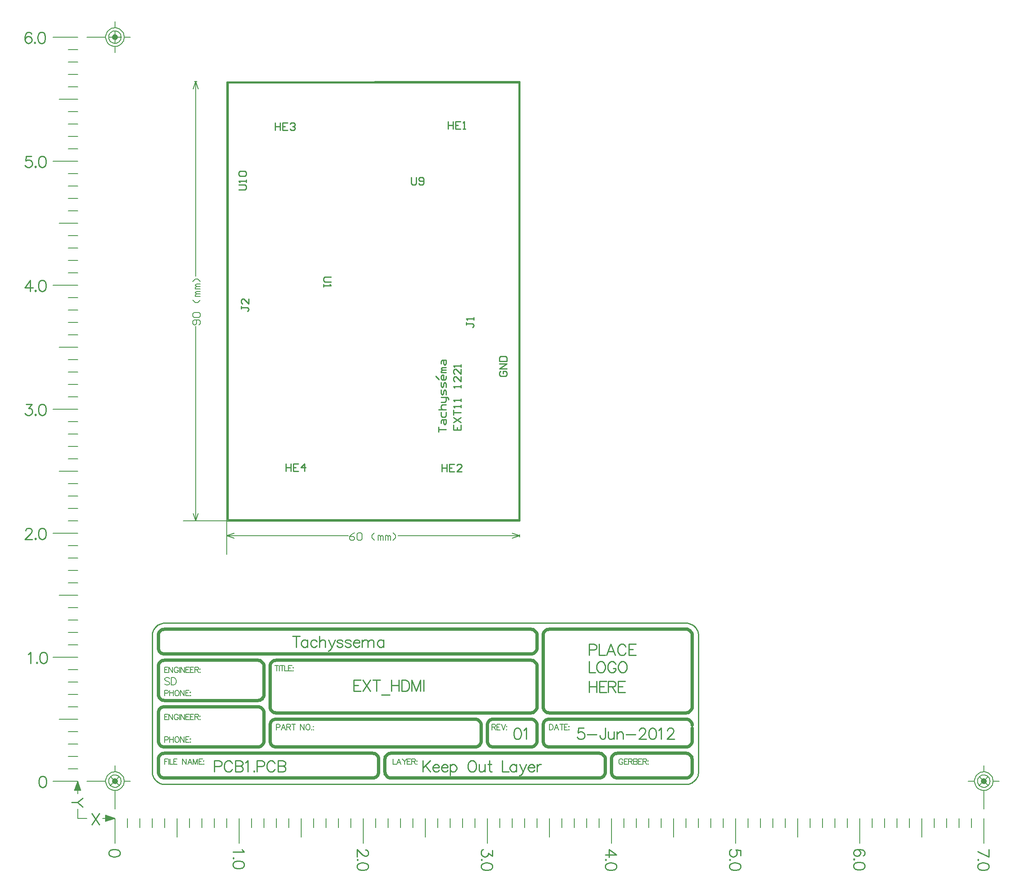
<source format=gko>
%FSLAX44Y44*%
%MOMM*%
G71*
G01*
G75*
%ADD10R,1.1000X0.6000*%
%ADD11R,0.6000X1.1000*%
%ADD12R,0.5000X0.5000*%
%ADD13R,1.6000X1.6000*%
%ADD14R,0.6350X0.5080*%
%ADD15R,2.6000X0.3000*%
%ADD16R,3.0000X1.6000*%
%ADD17R,6.7000X6.7000*%
%ADD18R,0.3000X0.9000*%
%ADD19R,0.9000X0.3000*%
%ADD20R,5.2000X5.2000*%
%ADD21R,1.4000X1.2000*%
%ADD22R,1.2700X1.5240*%
%ADD23C,0.2000*%
%ADD24C,0.5000*%
%ADD25C,0.3000*%
%ADD26C,0.2286*%
%ADD27C,0.2540*%
%ADD28C,0.2032*%
%ADD29C,0.6350*%
%ADD30C,0.2500*%
%ADD31C,0.1524*%
%ADD32C,0.1270*%
%ADD33C,2.0000*%
%ADD34R,2.0000X2.0000*%
%ADD35R,1.6000X2.0000*%
%ADD36O,1.6000X2.0000*%
%ADD37C,3.3000*%
%ADD38C,2.3000*%
%ADD39C,6.0000*%
%ADD40C,2.4000*%
%ADD41C,1.0000*%
%ADD42C,0.8000*%
%ADD43C,0.4000*%
%ADD44R,1.3000X0.8000*%
%ADD45R,0.8000X1.3000*%
%ADD46R,0.7000X0.7000*%
%ADD47R,1.8000X1.8000*%
%ADD48R,0.8350X0.7080*%
%ADD49R,2.8000X0.5000*%
%ADD50R,3.2000X1.8000*%
%ADD51R,6.9000X6.9000*%
%ADD52R,0.5000X1.1000*%
%ADD53R,1.1000X0.5000*%
%ADD54R,5.4000X5.4000*%
%ADD55R,1.6000X1.4000*%
%ADD56R,1.4700X1.7240*%
%ADD57C,2.2000*%
%ADD58R,2.2000X2.2000*%
%ADD59R,1.8000X2.2000*%
%ADD60O,1.8000X2.2000*%
%ADD61C,3.5000*%
%ADD62C,2.5000*%
%ADD63C,6.2000*%
%ADD64C,2.6000*%
%ADD65C,1.2000*%
D23*
X1870498Y1883238D02*
X1959398D01*
X1895898D02*
Y2282199D01*
Y2384277D02*
Y2783238D01*
X1890818Y1898478D02*
X1895898Y1883238D01*
X1900978Y1898478D01*
X1890818Y2767998D02*
X1895898Y2783238D01*
X1900978Y2767998D01*
X1893358Y1883238D02*
X1898438D01*
X1893358Y2783238D02*
X1898438D01*
X1959398Y1814658D02*
Y1883238D01*
Y1852758D02*
X2208359D01*
X2310437D02*
X2559398D01*
X1959398D02*
X1974638Y1857838D01*
X1959398Y1852758D02*
X1974638Y1847678D01*
X2544158Y1857838D02*
X2559398Y1852758D01*
X2544158Y1847678D02*
X2559398Y1852758D01*
X1959398Y1850218D02*
Y1855298D01*
X2559398Y1850218D02*
Y1855298D01*
D26*
X1559708Y2880728D02*
X1558619Y2882905D01*
X1555354Y2883993D01*
X1553178D01*
X1549913Y2882905D01*
X1547736Y2879640D01*
X1546648Y2874198D01*
Y2868756D01*
X1547736Y2864403D01*
X1549913Y2862227D01*
X1553178Y2861138D01*
X1554266D01*
X1557531Y2862227D01*
X1559708Y2864403D01*
X1560796Y2867668D01*
Y2868756D01*
X1559708Y2872021D01*
X1557531Y2874198D01*
X1554266Y2875287D01*
X1553178D01*
X1549913Y2874198D01*
X1547736Y2872021D01*
X1546648Y2868756D01*
X1566891Y2863315D02*
X1565802Y2862227D01*
X1566891Y2861138D01*
X1567979Y2862227D01*
X1566891Y2863315D01*
X1579516Y2883993D02*
X1576250Y2882905D01*
X1574074Y2879640D01*
X1572986Y2874198D01*
Y2870933D01*
X1574074Y2865492D01*
X1576250Y2862227D01*
X1579516Y2861138D01*
X1581692D01*
X1584957Y2862227D01*
X1587134Y2865492D01*
X1588222Y2870933D01*
Y2874198D01*
X1587134Y2879640D01*
X1584957Y2882905D01*
X1581692Y2883993D01*
X1579516D01*
X1557531Y2375993D02*
X1546648Y2360757D01*
X1562973D01*
X1557531Y2375993D02*
Y2353138D01*
X1568088Y2355315D02*
X1567000Y2354227D01*
X1568088Y2353138D01*
X1569176Y2354227D01*
X1568088Y2355315D01*
X1580713Y2375993D02*
X1577448Y2374905D01*
X1575271Y2371640D01*
X1574183Y2366198D01*
Y2362933D01*
X1575271Y2357491D01*
X1577448Y2354227D01*
X1580713Y2353138D01*
X1582889D01*
X1586154Y2354227D01*
X1588331Y2357491D01*
X1589419Y2362933D01*
Y2366198D01*
X1588331Y2371640D01*
X1586154Y2374905D01*
X1582889Y2375993D01*
X1580713D01*
X1547736Y1862552D02*
Y1863640D01*
X1548824Y1865817D01*
X1549913Y1866905D01*
X1552089Y1867993D01*
X1556443D01*
X1558619Y1866905D01*
X1559708Y1865817D01*
X1560796Y1863640D01*
Y1861463D01*
X1559708Y1859286D01*
X1557531Y1856022D01*
X1546648Y1845138D01*
X1561884D01*
X1568088Y1847315D02*
X1567000Y1846227D01*
X1568088Y1845138D01*
X1569176Y1846227D01*
X1568088Y1847315D01*
X1580713Y1867993D02*
X1577448Y1866905D01*
X1575271Y1863640D01*
X1574183Y1858198D01*
Y1854933D01*
X1575271Y1849491D01*
X1577448Y1846227D01*
X1580713Y1845138D01*
X1582889D01*
X1586154Y1846227D01*
X1588331Y1849491D01*
X1589419Y1854933D01*
Y1858198D01*
X1588331Y1863640D01*
X1586154Y1866905D01*
X1582889Y1867993D01*
X1580713D01*
X1581753Y1359993D02*
X1578488Y1358905D01*
X1576311Y1355640D01*
X1575223Y1350198D01*
Y1346933D01*
X1576311Y1341492D01*
X1578488Y1338226D01*
X1581753Y1337138D01*
X1583929D01*
X1587194Y1338226D01*
X1589371Y1341492D01*
X1590459Y1346933D01*
Y1350198D01*
X1589371Y1355640D01*
X1587194Y1358905D01*
X1583929Y1359993D01*
X1581753D01*
X1552998Y1609640D02*
X1555174Y1610728D01*
X1558439Y1613993D01*
Y1591138D01*
X1570846Y1593315D02*
X1569758Y1592227D01*
X1570846Y1591138D01*
X1571935Y1592227D01*
X1570846Y1593315D01*
X1583471Y1613993D02*
X1580206Y1612905D01*
X1578029Y1609640D01*
X1576941Y1604198D01*
Y1600933D01*
X1578029Y1595491D01*
X1580206Y1592227D01*
X1583471Y1591138D01*
X1585648D01*
X1588913Y1592227D01*
X1591089Y1595491D01*
X1592178Y1600933D01*
Y1604198D01*
X1591089Y1609640D01*
X1588913Y1612905D01*
X1585648Y1613993D01*
X1583471D01*
X1548824Y2121993D02*
X1560796D01*
X1554266Y2113286D01*
X1557531D01*
X1559708Y2112198D01*
X1560796Y2111110D01*
X1561884Y2107845D01*
Y2105668D01*
X1560796Y2102403D01*
X1558619Y2100226D01*
X1555354Y2099138D01*
X1552089D01*
X1548824Y2100226D01*
X1547736Y2101315D01*
X1546648Y2103492D01*
X1568088Y2101315D02*
X1567000Y2100226D01*
X1568088Y2099138D01*
X1569176Y2100226D01*
X1568088Y2101315D01*
X1580713Y2121993D02*
X1577448Y2120905D01*
X1575271Y2117640D01*
X1574183Y2112198D01*
Y2108933D01*
X1575271Y2103492D01*
X1577448Y2100226D01*
X1580713Y2099138D01*
X1582889D01*
X1586154Y2100226D01*
X1588331Y2103492D01*
X1589419Y2108933D01*
Y2112198D01*
X1588331Y2117640D01*
X1586154Y2120905D01*
X1582889Y2121993D01*
X1580713D01*
X1559708Y2629993D02*
X1548824D01*
X1547736Y2620198D01*
X1548824Y2621287D01*
X1552089Y2622375D01*
X1555354D01*
X1558619Y2621287D01*
X1560796Y2619110D01*
X1561884Y2615845D01*
Y2613668D01*
X1560796Y2610403D01*
X1558619Y2608227D01*
X1555354Y2607138D01*
X1552089D01*
X1548824Y2608227D01*
X1547736Y2609315D01*
X1546648Y2611491D01*
X1568088Y2609315D02*
X1567000Y2608227D01*
X1568088Y2607138D01*
X1569176Y2608227D01*
X1568088Y2609315D01*
X1580713Y2629993D02*
X1577448Y2628905D01*
X1575271Y2625640D01*
X1574183Y2620198D01*
Y2616933D01*
X1575271Y2611491D01*
X1577448Y2608227D01*
X1580713Y2607138D01*
X1582889D01*
X1586154Y2608227D01*
X1588331Y2611491D01*
X1589419Y2616933D01*
Y2620198D01*
X1588331Y2625640D01*
X1586154Y2628905D01*
X1582889Y2629993D01*
X1580713D01*
X3518953Y1194901D02*
X3496098Y1205785D01*
X3518953Y1210138D02*
Y1194901D01*
X3498275Y1188698D02*
X3497186Y1189786D01*
X3496098Y1188698D01*
X3497186Y1187609D01*
X3498275Y1188698D01*
X3518953Y1176073D02*
X3517864Y1179338D01*
X3514599Y1181515D01*
X3509158Y1182603D01*
X3505893D01*
X3500451Y1181515D01*
X3497186Y1179338D01*
X3496098Y1176073D01*
Y1173896D01*
X3497186Y1170631D01*
X3500451Y1168455D01*
X3505893Y1167366D01*
X3509158D01*
X3514599Y1168455D01*
X3517864Y1170631D01*
X3518953Y1173896D01*
Y1176073D01*
X3010953Y1197078D02*
Y1207962D01*
X3001158Y1209050D01*
X3002246Y1207962D01*
X3003334Y1204696D01*
Y1201431D01*
X3002246Y1198166D01*
X3000069Y1195990D01*
X2996805Y1194901D01*
X2994628D01*
X2991363Y1195990D01*
X2989186Y1198166D01*
X2988098Y1201431D01*
Y1204696D01*
X2989186Y1207962D01*
X2990274Y1209050D01*
X2992451Y1210138D01*
X2990274Y1188698D02*
X2989186Y1189786D01*
X2988098Y1188698D01*
X2989186Y1187609D01*
X2990274Y1188698D01*
X3010953Y1176073D02*
X3009865Y1179338D01*
X3006599Y1181515D01*
X3001158Y1182603D01*
X2997893D01*
X2992451Y1181515D01*
X2989186Y1179338D01*
X2988098Y1176073D01*
Y1173896D01*
X2989186Y1170631D01*
X2992451Y1168455D01*
X2997893Y1167366D01*
X3001158D01*
X3006599Y1168455D01*
X3009865Y1170631D01*
X3010953Y1173896D01*
Y1176073D01*
X2502953Y1207962D02*
Y1195990D01*
X2494246Y1202520D01*
Y1199255D01*
X2493158Y1197078D01*
X2492069Y1195990D01*
X2488804Y1194901D01*
X2486628D01*
X2483363Y1195990D01*
X2481186Y1198166D01*
X2480098Y1201431D01*
Y1204696D01*
X2481186Y1207962D01*
X2482274Y1209050D01*
X2484451Y1210138D01*
X2482274Y1188698D02*
X2481186Y1189786D01*
X2480098Y1188698D01*
X2481186Y1187609D01*
X2482274Y1188698D01*
X2502953Y1176073D02*
X2501864Y1179338D01*
X2498599Y1181515D01*
X2493158Y1182603D01*
X2489893D01*
X2484451Y1181515D01*
X2481186Y1179338D01*
X2480098Y1176073D01*
Y1173896D01*
X2481186Y1170631D01*
X2484451Y1168455D01*
X2489893Y1167366D01*
X2493158D01*
X2498599Y1168455D01*
X2501864Y1170631D01*
X2502953Y1173896D01*
Y1176073D01*
X1990599Y1210138D02*
X1991688Y1207962D01*
X1994953Y1204696D01*
X1972098D01*
X1974274Y1192289D02*
X1973186Y1193378D01*
X1972098Y1192289D01*
X1973186Y1191201D01*
X1974274Y1192289D01*
X1994953Y1179665D02*
X1993864Y1182930D01*
X1990599Y1185106D01*
X1985158Y1186195D01*
X1981893D01*
X1976451Y1185106D01*
X1973186Y1182930D01*
X1972098Y1179665D01*
Y1177488D01*
X1973186Y1174223D01*
X1976451Y1172046D01*
X1981893Y1170958D01*
X1985158D01*
X1990599Y1172046D01*
X1993864Y1174223D01*
X1994953Y1177488D01*
Y1179665D01*
X1740953Y1203608D02*
X1739864Y1206873D01*
X1736599Y1209050D01*
X1731158Y1210138D01*
X1727893D01*
X1722451Y1209050D01*
X1719186Y1206873D01*
X1718098Y1203608D01*
Y1201431D01*
X1719186Y1198166D01*
X1722451Y1195990D01*
X1727893Y1194901D01*
X1731158D01*
X1736599Y1195990D01*
X1739864Y1198166D01*
X1740953Y1201431D01*
Y1203608D01*
X2243511Y1209050D02*
X2244599D01*
X2246776Y1207962D01*
X2247864Y1206873D01*
X2248953Y1204696D01*
Y1200343D01*
X2247864Y1198166D01*
X2246776Y1197078D01*
X2244599Y1195990D01*
X2242423D01*
X2240246Y1197078D01*
X2236981Y1199255D01*
X2226098Y1210138D01*
Y1194901D01*
X2228274Y1188698D02*
X2227186Y1189786D01*
X2226098Y1188698D01*
X2227186Y1187609D01*
X2228274Y1188698D01*
X2248953Y1176073D02*
X2247864Y1179338D01*
X2244599Y1181515D01*
X2239158Y1182603D01*
X2235893D01*
X2230451Y1181515D01*
X2227186Y1179338D01*
X2226098Y1176073D01*
Y1173896D01*
X2227186Y1170631D01*
X2230451Y1168455D01*
X2235893Y1167366D01*
X2239158D01*
X2244599Y1168455D01*
X2247864Y1170631D01*
X2248953Y1173896D01*
Y1176073D01*
X2756953Y1199255D02*
X2741716Y1210138D01*
Y1193813D01*
X2756953Y1199255D02*
X2734098D01*
X2736274Y1188698D02*
X2735186Y1189786D01*
X2734098Y1188698D01*
X2735186Y1187609D01*
X2736274Y1188698D01*
X2756953Y1176073D02*
X2755864Y1179338D01*
X2752599Y1181515D01*
X2747158Y1182603D01*
X2743893D01*
X2738451Y1181515D01*
X2735186Y1179338D01*
X2734098Y1176073D01*
Y1173896D01*
X2735186Y1170631D01*
X2738451Y1168455D01*
X2743893Y1167366D01*
X2747158D01*
X2752599Y1168455D01*
X2755864Y1170631D01*
X2756953Y1173896D01*
Y1176073D01*
X3261688Y1197078D02*
X3263864Y1198166D01*
X3264953Y1201431D01*
Y1203608D01*
X3263864Y1206873D01*
X3260599Y1209050D01*
X3255158Y1210138D01*
X3249716D01*
X3245363Y1209050D01*
X3243186Y1206873D01*
X3242098Y1203608D01*
Y1202520D01*
X3243186Y1199255D01*
X3245363Y1197078D01*
X3248628Y1195990D01*
X3249716D01*
X3252981Y1197078D01*
X3255158Y1199255D01*
X3256246Y1202520D01*
Y1203608D01*
X3255158Y1206873D01*
X3252981Y1209050D01*
X3249716Y1210138D01*
X3244274Y1189895D02*
X3243186Y1190983D01*
X3242098Y1189895D01*
X3243186Y1188807D01*
X3244274Y1189895D01*
X3264953Y1177270D02*
X3263864Y1180535D01*
X3260599Y1182712D01*
X3255158Y1183800D01*
X3251893D01*
X3246451Y1182712D01*
X3243186Y1180535D01*
X3242098Y1177270D01*
Y1175094D01*
X3243186Y1171829D01*
X3246451Y1169652D01*
X3251893Y1168564D01*
X3255158D01*
X3260599Y1169652D01*
X3263864Y1171829D01*
X3264953Y1175094D01*
Y1177270D01*
X1683173Y1283793D02*
X1698409Y1260938D01*
Y1283793D02*
X1683173Y1260938D01*
X1664753Y1314913D02*
X1653869Y1306206D01*
X1641898D01*
X1664753Y1297500D02*
X1653869Y1306206D01*
X2690008Y1458418D02*
X2679124D01*
X2678036Y1448623D01*
X2679124Y1449711D01*
X2682390Y1450800D01*
X2685654D01*
X2688919Y1449711D01*
X2691096Y1447535D01*
X2692184Y1444270D01*
Y1442093D01*
X2691096Y1438828D01*
X2688919Y1436651D01*
X2685654Y1435563D01*
X2682390D01*
X2679124Y1436651D01*
X2678036Y1437740D01*
X2676948Y1439917D01*
X2697299Y1445358D02*
X2716890D01*
X2734521Y1458418D02*
Y1441005D01*
X2733433Y1437740D01*
X2732344Y1436651D01*
X2730168Y1435563D01*
X2727991D01*
X2725814Y1436651D01*
X2724726Y1437740D01*
X2723637Y1441005D01*
Y1443181D01*
X2740398Y1450800D02*
Y1439917D01*
X2741486Y1436651D01*
X2743663Y1435563D01*
X2746928D01*
X2749105Y1436651D01*
X2752370Y1439917D01*
Y1450800D02*
Y1435563D01*
X2758355Y1450800D02*
Y1435563D01*
Y1446447D02*
X2761620Y1449711D01*
X2763797Y1450800D01*
X2767062D01*
X2769239Y1449711D01*
X2770327Y1446447D01*
Y1435563D01*
X2776313Y1445358D02*
X2795903D01*
X2803739Y1452977D02*
Y1454065D01*
X2804827Y1456242D01*
X2805916Y1457330D01*
X2808093Y1458418D01*
X2812446D01*
X2814622Y1457330D01*
X2815711Y1456242D01*
X2816799Y1454065D01*
Y1451888D01*
X2815711Y1449711D01*
X2813534Y1446447D01*
X2802651Y1435563D01*
X2817888D01*
X2829533Y1458418D02*
X2826268Y1457330D01*
X2824091Y1454065D01*
X2823003Y1448623D01*
Y1445358D01*
X2824091Y1439917D01*
X2826268Y1436651D01*
X2829533Y1435563D01*
X2831709D01*
X2834974Y1436651D01*
X2837151Y1439917D01*
X2838239Y1445358D01*
Y1448623D01*
X2837151Y1454065D01*
X2834974Y1457330D01*
X2831709Y1458418D01*
X2829533D01*
X2843354Y1454065D02*
X2845531Y1455153D01*
X2848796Y1458418D01*
Y1435563D01*
X2861203Y1452977D02*
Y1454065D01*
X2862292Y1456242D01*
X2863380Y1457330D01*
X2865557Y1458418D01*
X2869910D01*
X2872087Y1457330D01*
X2873175Y1456242D01*
X2874263Y1454065D01*
Y1451888D01*
X2873175Y1449711D01*
X2870999Y1446447D01*
X2860115Y1435563D01*
X2875352D01*
X2701078Y1554303D02*
Y1531448D01*
X2716314Y1554303D02*
Y1531448D01*
X2701078Y1543420D02*
X2716314D01*
X2736775Y1554303D02*
X2722627D01*
Y1531448D01*
X2736775D01*
X2722627Y1543420D02*
X2731334D01*
X2740584Y1554303D02*
Y1531448D01*
Y1554303D02*
X2750379D01*
X2753644Y1553215D01*
X2754733Y1552127D01*
X2755821Y1549950D01*
Y1547773D01*
X2754733Y1545596D01*
X2753644Y1544508D01*
X2750379Y1543420D01*
X2740584D01*
X2748203D02*
X2755821Y1531448D01*
X2775085Y1554303D02*
X2760936D01*
Y1531448D01*
X2775085D01*
X2760936Y1543420D02*
X2769643D01*
X2701078Y1594943D02*
Y1572088D01*
X2714138D01*
X2723171Y1594943D02*
X2720994Y1593855D01*
X2718818Y1591678D01*
X2717729Y1589501D01*
X2716641Y1586237D01*
Y1580795D01*
X2717729Y1577530D01*
X2718818Y1575353D01*
X2720994Y1573177D01*
X2723171Y1572088D01*
X2727524D01*
X2729701Y1573177D01*
X2731878Y1575353D01*
X2732966Y1577530D01*
X2734054Y1580795D01*
Y1586237D01*
X2732966Y1589501D01*
X2731878Y1591678D01*
X2729701Y1593855D01*
X2727524Y1594943D01*
X2723171D01*
X2755712Y1589501D02*
X2754624Y1591678D01*
X2752447Y1593855D01*
X2750271Y1594943D01*
X2745917D01*
X2743741Y1593855D01*
X2741564Y1591678D01*
X2740475Y1589501D01*
X2739387Y1586237D01*
Y1580795D01*
X2740475Y1577530D01*
X2741564Y1575353D01*
X2743741Y1573177D01*
X2745917Y1572088D01*
X2750271D01*
X2752447Y1573177D01*
X2754624Y1575353D01*
X2755712Y1577530D01*
Y1580795D01*
X2750271D02*
X2755712D01*
X2767466Y1594943D02*
X2765290Y1593855D01*
X2763113Y1591678D01*
X2762025Y1589501D01*
X2760936Y1586237D01*
Y1580795D01*
X2762025Y1577530D01*
X2763113Y1575353D01*
X2765290Y1573177D01*
X2767466Y1572088D01*
X2771820D01*
X2773996Y1573177D01*
X2776173Y1575353D01*
X2777261Y1577530D01*
X2778350Y1580795D01*
Y1586237D01*
X2777261Y1589501D01*
X2776173Y1591678D01*
X2773996Y1593855D01*
X2771820Y1594943D01*
X2767466D01*
X2701078Y1618531D02*
X2710873D01*
X2714138Y1619620D01*
X2715226Y1620708D01*
X2716314Y1622885D01*
Y1626150D01*
X2715226Y1628327D01*
X2714138Y1629415D01*
X2710873Y1630503D01*
X2701078D01*
Y1607648D01*
X2721430Y1630503D02*
Y1607648D01*
X2734490D01*
X2754406D02*
X2745699Y1630503D01*
X2736993Y1607648D01*
X2740258Y1615267D02*
X2751141D01*
X2776064Y1625061D02*
X2774976Y1627238D01*
X2772799Y1629415D01*
X2770623Y1630503D01*
X2766269D01*
X2764092Y1629415D01*
X2761916Y1627238D01*
X2760827Y1625061D01*
X2759739Y1621797D01*
Y1616355D01*
X2760827Y1613090D01*
X2761916Y1610913D01*
X2764092Y1608737D01*
X2766269Y1607648D01*
X2770623D01*
X2772799Y1608737D01*
X2774976Y1610913D01*
X2776064Y1613090D01*
X2796634Y1630503D02*
X2782485D01*
Y1607648D01*
X2796634D01*
X2782485Y1619620D02*
X2791192D01*
X2553303Y1458418D02*
X2550038Y1457330D01*
X2547861Y1454065D01*
X2546773Y1448623D01*
Y1445358D01*
X2547861Y1439917D01*
X2550038Y1436651D01*
X2553303Y1435563D01*
X2555479D01*
X2558744Y1436651D01*
X2560921Y1439917D01*
X2562009Y1445358D01*
Y1448623D01*
X2560921Y1454065D01*
X2558744Y1457330D01*
X2555479Y1458418D01*
X2553303D01*
X2567125Y1454065D02*
X2569301Y1455153D01*
X2572566Y1458418D01*
Y1435563D01*
X2360718Y1391743D02*
Y1368888D01*
X2375954Y1391743D02*
X2360718Y1376507D01*
X2366159Y1381948D02*
X2375954Y1368888D01*
X2381070Y1377595D02*
X2394130D01*
Y1379772D01*
X2393041Y1381948D01*
X2391953Y1383036D01*
X2389776Y1384125D01*
X2386511D01*
X2384335Y1383036D01*
X2382158Y1380860D01*
X2381070Y1377595D01*
Y1375418D01*
X2382158Y1372153D01*
X2384335Y1369977D01*
X2386511Y1368888D01*
X2389776D01*
X2391953Y1369977D01*
X2394130Y1372153D01*
X2399027Y1377595D02*
X2412087D01*
Y1379772D01*
X2410999Y1381948D01*
X2409911Y1383036D01*
X2407734Y1384125D01*
X2404469D01*
X2402292Y1383036D01*
X2400116Y1380860D01*
X2399027Y1377595D01*
Y1375418D01*
X2400116Y1372153D01*
X2402292Y1369977D01*
X2404469Y1368888D01*
X2407734D01*
X2409911Y1369977D01*
X2412087Y1372153D01*
X2416985Y1384125D02*
Y1361270D01*
Y1380860D02*
X2419161Y1383036D01*
X2421338Y1384125D01*
X2424603D01*
X2426780Y1383036D01*
X2428956Y1380860D01*
X2430045Y1377595D01*
Y1375418D01*
X2428956Y1372153D01*
X2426780Y1369977D01*
X2424603Y1368888D01*
X2421338D01*
X2419161Y1369977D01*
X2416985Y1372153D01*
X2459430Y1391743D02*
X2457253Y1390655D01*
X2455077Y1388478D01*
X2453988Y1386302D01*
X2452900Y1383036D01*
Y1377595D01*
X2453988Y1374330D01*
X2455077Y1372153D01*
X2457253Y1369977D01*
X2459430Y1368888D01*
X2463783D01*
X2465960Y1369977D01*
X2468137Y1372153D01*
X2469225Y1374330D01*
X2470313Y1377595D01*
Y1383036D01*
X2469225Y1386302D01*
X2468137Y1388478D01*
X2465960Y1390655D01*
X2463783Y1391743D01*
X2459430D01*
X2475646Y1384125D02*
Y1373241D01*
X2476734Y1369977D01*
X2478911Y1368888D01*
X2482176D01*
X2484353Y1369977D01*
X2487618Y1373241D01*
Y1384125D02*
Y1368888D01*
X2496869Y1391743D02*
Y1373241D01*
X2497957Y1369977D01*
X2500134Y1368888D01*
X2502310D01*
X2493604Y1384125D02*
X2501222D01*
X2523533Y1391743D02*
Y1368888D01*
X2536593D01*
X2552156Y1384125D02*
Y1368888D01*
Y1380860D02*
X2549980Y1383036D01*
X2547803Y1384125D01*
X2544538D01*
X2542361Y1383036D01*
X2540185Y1380860D01*
X2539096Y1377595D01*
Y1375418D01*
X2540185Y1372153D01*
X2542361Y1369977D01*
X2544538Y1368888D01*
X2547803D01*
X2549980Y1369977D01*
X2552156Y1372153D01*
X2559339Y1384125D02*
X2565869Y1368888D01*
X2572399Y1384125D02*
X2565869Y1368888D01*
X2563693Y1364535D01*
X2561516Y1362358D01*
X2559339Y1361270D01*
X2558251D01*
X2576208Y1377595D02*
X2589269D01*
Y1379772D01*
X2588180Y1381948D01*
X2587092Y1383036D01*
X2584915Y1384125D01*
X2581650D01*
X2579474Y1383036D01*
X2577297Y1380860D01*
X2576208Y1377595D01*
Y1375418D01*
X2577297Y1372153D01*
X2579474Y1369977D01*
X2581650Y1368888D01*
X2584915D01*
X2587092Y1369977D01*
X2589269Y1372153D01*
X2594166Y1384125D02*
Y1368888D01*
Y1377595D02*
X2595255Y1380860D01*
X2597431Y1383036D01*
X2599608Y1384125D01*
X2602873D01*
X1933998Y1379772D02*
X1943793D01*
X1947058Y1380860D01*
X1948146Y1381948D01*
X1949234Y1384125D01*
Y1387390D01*
X1948146Y1389567D01*
X1947058Y1390655D01*
X1943793Y1391743D01*
X1933998D01*
Y1368888D01*
X1970675Y1386302D02*
X1969586Y1388478D01*
X1967410Y1390655D01*
X1965233Y1391743D01*
X1960880D01*
X1958703Y1390655D01*
X1956526Y1388478D01*
X1955438Y1386302D01*
X1954350Y1383036D01*
Y1377595D01*
X1955438Y1374330D01*
X1956526Y1372153D01*
X1958703Y1369977D01*
X1960880Y1368888D01*
X1965233D01*
X1967410Y1369977D01*
X1969586Y1372153D01*
X1970675Y1374330D01*
X1977096Y1391743D02*
Y1368888D01*
Y1391743D02*
X1986891D01*
X1990156Y1390655D01*
X1991244Y1389567D01*
X1992333Y1387390D01*
Y1385213D01*
X1991244Y1383036D01*
X1990156Y1381948D01*
X1986891Y1380860D01*
X1977096D02*
X1986891D01*
X1990156Y1379772D01*
X1991244Y1378683D01*
X1992333Y1376507D01*
Y1373241D01*
X1991244Y1371065D01*
X1990156Y1369977D01*
X1986891Y1368888D01*
X1977096D01*
X1997448Y1387390D02*
X1999624Y1388478D01*
X2002890Y1391743D01*
Y1368888D01*
X2015297Y1371065D02*
X2014208Y1369977D01*
X2015297Y1368888D01*
X2016385Y1369977D01*
X2015297Y1371065D01*
X2021391Y1379772D02*
X2031186D01*
X2034451Y1380860D01*
X2035540Y1381948D01*
X2036628Y1384125D01*
Y1387390D01*
X2035540Y1389567D01*
X2034451Y1390655D01*
X2031186Y1391743D01*
X2021391D01*
Y1368888D01*
X2058068Y1386302D02*
X2056980Y1388478D01*
X2054803Y1390655D01*
X2052627Y1391743D01*
X2048273D01*
X2046096Y1390655D01*
X2043920Y1388478D01*
X2042832Y1386302D01*
X2041743Y1383036D01*
Y1377595D01*
X2042832Y1374330D01*
X2043920Y1372153D01*
X2046096Y1369977D01*
X2048273Y1368888D01*
X2052627D01*
X2054803Y1369977D01*
X2056980Y1372153D01*
X2058068Y1374330D01*
X2064489Y1391743D02*
Y1368888D01*
Y1391743D02*
X2074285D01*
X2077549Y1390655D01*
X2078638Y1389567D01*
X2079726Y1387390D01*
Y1385213D01*
X2078638Y1383036D01*
X2077549Y1381948D01*
X2074285Y1380860D01*
X2064489D02*
X2074285D01*
X2077549Y1379772D01*
X2078638Y1378683D01*
X2079726Y1376507D01*
Y1373241D01*
X2078638Y1371065D01*
X2077549Y1369977D01*
X2074285Y1368888D01*
X2064489D01*
X2233896Y1556843D02*
X2219748D01*
Y1533988D01*
X2233896D01*
X2219748Y1545960D02*
X2228454D01*
X2237705Y1556843D02*
X2252942Y1533988D01*
Y1556843D02*
X2237705Y1533988D01*
X2265676Y1556843D02*
Y1533988D01*
X2258057Y1556843D02*
X2273294D01*
X2276015Y1526370D02*
X2293428D01*
X2296367Y1556843D02*
Y1533988D01*
X2311603Y1556843D02*
Y1533988D01*
X2296367Y1545960D02*
X2311603D01*
X2317916Y1556843D02*
Y1533988D01*
Y1556843D02*
X2325534D01*
X2328799Y1555755D01*
X2330976Y1553578D01*
X2332064Y1551402D01*
X2333152Y1548136D01*
Y1542695D01*
X2332064Y1539430D01*
X2330976Y1537253D01*
X2328799Y1535076D01*
X2325534Y1533988D01*
X2317916D01*
X2338268Y1556843D02*
Y1533988D01*
Y1556843D02*
X2346974Y1533988D01*
X2355681Y1556843D02*
X2346974Y1533988D01*
X2355681Y1556843D02*
Y1533988D01*
X2362211Y1556843D02*
Y1533988D01*
X2101636Y1647013D02*
Y1624158D01*
X2094018Y1647013D02*
X2109254D01*
X2125035Y1639395D02*
Y1624158D01*
Y1636130D02*
X2122859Y1638306D01*
X2120682Y1639395D01*
X2117417D01*
X2115240Y1638306D01*
X2113064Y1636130D01*
X2111975Y1632865D01*
Y1630688D01*
X2113064Y1627423D01*
X2115240Y1625246D01*
X2117417Y1624158D01*
X2120682D01*
X2122859Y1625246D01*
X2125035Y1627423D01*
X2144190Y1636130D02*
X2142013Y1638306D01*
X2139837Y1639395D01*
X2136572D01*
X2134395Y1638306D01*
X2132218Y1636130D01*
X2131130Y1632865D01*
Y1630688D01*
X2132218Y1627423D01*
X2134395Y1625246D01*
X2136572Y1624158D01*
X2139837D01*
X2142013Y1625246D01*
X2144190Y1627423D01*
X2149088Y1647013D02*
Y1624158D01*
Y1635042D02*
X2152353Y1638306D01*
X2154529Y1639395D01*
X2157794D01*
X2159971Y1638306D01*
X2161059Y1635042D01*
Y1624158D01*
X2168134Y1639395D02*
X2174664Y1624158D01*
X2181194Y1639395D02*
X2174664Y1624158D01*
X2172487Y1619805D01*
X2170310Y1617628D01*
X2168134Y1616540D01*
X2167045D01*
X2196974Y1636130D02*
X2195886Y1638306D01*
X2192621Y1639395D01*
X2189356D01*
X2186091Y1638306D01*
X2185003Y1636130D01*
X2186091Y1633953D01*
X2188268Y1632865D01*
X2193709Y1631776D01*
X2195886Y1630688D01*
X2196974Y1628512D01*
Y1627423D01*
X2195886Y1625246D01*
X2192621Y1624158D01*
X2189356D01*
X2186091Y1625246D01*
X2185003Y1627423D01*
X2213735Y1636130D02*
X2212646Y1638306D01*
X2209382Y1639395D01*
X2206116D01*
X2202852Y1638306D01*
X2201763Y1636130D01*
X2202852Y1633953D01*
X2205028Y1632865D01*
X2210470Y1631776D01*
X2212646Y1630688D01*
X2213735Y1628512D01*
Y1627423D01*
X2212646Y1625246D01*
X2209382Y1624158D01*
X2206116D01*
X2202852Y1625246D01*
X2201763Y1627423D01*
X2218524Y1632865D02*
X2231584D01*
Y1635042D01*
X2230495Y1637218D01*
X2229407Y1638306D01*
X2227230Y1639395D01*
X2223965D01*
X2221789Y1638306D01*
X2219612Y1636130D01*
X2218524Y1632865D01*
Y1630688D01*
X2219612Y1627423D01*
X2221789Y1625246D01*
X2223965Y1624158D01*
X2227230D01*
X2229407Y1625246D01*
X2231584Y1627423D01*
X2236481Y1639395D02*
Y1624158D01*
Y1635042D02*
X2239746Y1638306D01*
X2241923Y1639395D01*
X2245188D01*
X2247365Y1638306D01*
X2248453Y1635042D01*
Y1624158D01*
Y1635042D02*
X2251718Y1638306D01*
X2253895Y1639395D01*
X2257159D01*
X2259336Y1638306D01*
X2260425Y1635042D01*
Y1624158D01*
X2280668Y1639395D02*
Y1624158D01*
Y1636130D02*
X2278491Y1638306D01*
X2276314Y1639395D01*
X2273049D01*
X2270873Y1638306D01*
X2268696Y1636130D01*
X2267608Y1632865D01*
Y1630688D01*
X2268696Y1627423D01*
X2270873Y1625246D01*
X2273049Y1624158D01*
X2276314D01*
X2278491Y1625246D01*
X2280668Y1627423D01*
D27*
X2520252Y2189805D02*
X2517713Y2187266D01*
Y2182187D01*
X2520252Y2179648D01*
X2530408D01*
X2532948Y2182187D01*
Y2187266D01*
X2530408Y2189805D01*
X2525330D01*
Y2184727D01*
X2532948Y2194883D02*
X2517713D01*
X2532948Y2205040D01*
X2517713D01*
Y2210118D02*
X2532948D01*
Y2217736D01*
X2530408Y2220275D01*
X2520252D01*
X2517713Y2217736D01*
Y2210118D01*
X2058448Y2698133D02*
Y2682898D01*
Y2690516D01*
X2068604D01*
Y2698133D01*
Y2682898D01*
X2083840Y2698133D02*
X2073683D01*
Y2682898D01*
X2083840D01*
X2073683Y2690516D02*
X2078761D01*
X2088918Y2695594D02*
X2091457Y2698133D01*
X2096535D01*
X2099075Y2695594D01*
Y2693055D01*
X2096535Y2690516D01*
X2093996D01*
X2096535D01*
X2099075Y2687976D01*
Y2685437D01*
X2096535Y2682898D01*
X2091457D01*
X2088918Y2685437D01*
X2412948Y2700633D02*
Y2685398D01*
Y2693016D01*
X2423104D01*
Y2700633D01*
Y2685398D01*
X2438340Y2700633D02*
X2428183D01*
Y2685398D01*
X2438340D01*
X2428183Y2693016D02*
X2433261D01*
X2443418Y2685398D02*
X2448496D01*
X2445957D01*
Y2700633D01*
X2443418Y2698094D01*
X2080448Y2000133D02*
Y1984898D01*
Y1992516D01*
X2090604D01*
Y2000133D01*
Y1984898D01*
X2105840Y2000133D02*
X2095683D01*
Y1984898D01*
X2105840D01*
X2095683Y1992516D02*
X2100761D01*
X2118535Y1984898D02*
Y2000133D01*
X2110918Y1992516D01*
X2121075D01*
X2400198Y1999133D02*
Y1983898D01*
Y1991516D01*
X2410354D01*
Y1999133D01*
Y1983898D01*
X2425589Y1999133D02*
X2415433D01*
Y1983898D01*
X2425589D01*
X2415433Y1991516D02*
X2420511D01*
X2440825Y1983898D02*
X2430668D01*
X2440825Y1994055D01*
Y1996594D01*
X2438285Y1999133D01*
X2433207D01*
X2430668Y1996594D01*
X2449463Y2289305D02*
Y2284227D01*
Y2286766D01*
X2462159D01*
X2464698Y2284227D01*
Y2281687D01*
X2462159Y2279148D01*
X2464698Y2294383D02*
Y2299462D01*
Y2296922D01*
X2449463D01*
X2452002Y2294383D01*
X2173183Y2382648D02*
X2160487D01*
X2157948Y2380109D01*
Y2375031D01*
X2160487Y2372491D01*
X2173183D01*
X2157948Y2367413D02*
Y2362335D01*
Y2364874D01*
X2173183D01*
X2170644Y2367413D01*
X1984463Y2560898D02*
X1997159D01*
X1999698Y2563437D01*
Y2568516D01*
X1997159Y2571055D01*
X1984463D01*
X1999698Y2576133D02*
Y2581212D01*
Y2578672D01*
X1984463D01*
X1987002Y2576133D01*
Y2588829D02*
X1984463Y2591368D01*
Y2596447D01*
X1987002Y2598986D01*
X1997159D01*
X1999698Y2596447D01*
Y2591368D01*
X1997159Y2588829D01*
X1987002D01*
X2336948Y2586383D02*
Y2573687D01*
X2339487Y2571148D01*
X2344565D01*
X2347104Y2573687D01*
Y2586383D01*
X2352183Y2573687D02*
X2354722Y2571148D01*
X2359800D01*
X2362339Y2573687D01*
Y2583844D01*
X2359800Y2586383D01*
X2354722D01*
X2352183Y2583844D01*
Y2581305D01*
X2354722Y2578766D01*
X2362339D01*
X1989463Y2322055D02*
Y2316976D01*
Y2319516D01*
X2002159D01*
X2004698Y2316976D01*
Y2314437D01*
X2002159Y2311898D01*
X2004698Y2337290D02*
Y2327133D01*
X1994541Y2337290D01*
X1992002D01*
X1989463Y2334751D01*
Y2329672D01*
X1992002Y2327133D01*
X2393463Y2064898D02*
Y2075055D01*
Y2069977D01*
X2408698D01*
X2398541Y2082672D02*
Y2087751D01*
X2401080Y2090290D01*
X2408698D01*
Y2082672D01*
X2406158Y2080133D01*
X2403619Y2082672D01*
Y2090290D01*
X2398541Y2105525D02*
Y2097908D01*
X2401080Y2095368D01*
X2406158D01*
X2408698Y2097908D01*
Y2105525D01*
X2393463Y2110603D02*
X2408698D01*
X2401080D01*
X2398541Y2113143D01*
Y2118221D01*
X2401080Y2120760D01*
X2408698D01*
X2398541Y2125838D02*
X2406158D01*
X2408698Y2128378D01*
Y2135995D01*
X2411237D01*
X2413776Y2133456D01*
Y2130917D01*
X2408698Y2135995D02*
X2398541D01*
X2408698Y2141073D02*
Y2148691D01*
X2406158Y2151230D01*
X2403619Y2148691D01*
Y2143613D01*
X2401080Y2141073D01*
X2398541Y2143613D01*
Y2151230D01*
X2408698Y2156309D02*
Y2163926D01*
X2406158Y2166465D01*
X2403619Y2163926D01*
Y2158848D01*
X2401080Y2156309D01*
X2398541Y2158848D01*
Y2166465D01*
X2408698Y2179161D02*
Y2174083D01*
X2406158Y2171544D01*
X2401080D01*
X2398541Y2174083D01*
Y2179161D01*
X2401080Y2181700D01*
X2403619D01*
Y2171544D01*
X2408698Y2186779D02*
X2398541D01*
Y2189318D01*
X2401080Y2191857D01*
X2408698D01*
X2401080D01*
X2398541Y2194396D01*
X2401080Y2196935D01*
X2408698D01*
X2398541Y2204553D02*
Y2209631D01*
X2401080Y2212171D01*
X2408698D01*
Y2204553D01*
X2406158Y2202014D01*
X2403619Y2204553D01*
Y2212171D01*
X2394198Y2172648D02*
X2387533Y2179313D01*
X2423713Y2079055D02*
Y2068898D01*
X2438948D01*
Y2079055D01*
X2431330Y2068898D02*
Y2073976D01*
X2423713Y2084133D02*
X2438948Y2094290D01*
X2423713D02*
X2438948Y2084133D01*
X2423713Y2099368D02*
Y2109525D01*
Y2104447D01*
X2438948D01*
Y2114603D02*
Y2119682D01*
Y2117143D01*
X2423713D01*
X2426252Y2114603D01*
X2438948Y2127299D02*
Y2132378D01*
Y2129838D01*
X2423713D01*
X2426252Y2127299D01*
X2438948Y2155230D02*
Y2160309D01*
Y2157769D01*
X2423713D01*
X2426252Y2155230D01*
X2438948Y2178083D02*
Y2167926D01*
X2428791Y2178083D01*
X2426252D01*
X2423713Y2175544D01*
Y2170465D01*
X2426252Y2167926D01*
X2438948Y2193318D02*
Y2183161D01*
X2428791Y2193318D01*
X2426252D01*
X2423713Y2190779D01*
Y2185700D01*
X2426252Y2183161D01*
X2438948Y2198396D02*
Y2203475D01*
Y2200935D01*
X2423713D01*
X2426252Y2198396D01*
X1832398Y1673688D02*
X1829908Y1673566D01*
X1827442Y1673200D01*
X1825024Y1672594D01*
X1822677Y1671755D01*
X1820424Y1670689D01*
X1818286Y1669408D01*
X1816284Y1667923D01*
X1814437Y1666249D01*
X1812763Y1664402D01*
X1811278Y1662400D01*
X1809997Y1660262D01*
X1808931Y1658008D01*
X1808091Y1655661D01*
X1807486Y1653243D01*
X1807120Y1650778D01*
X1806998Y1648288D01*
Y1369142D02*
X1807119Y1366655D01*
X1807480Y1364192D01*
X1808078Y1361776D01*
X1808908Y1359428D01*
X1809961Y1357173D01*
X1811228Y1355029D01*
X1812697Y1353019D01*
X1814354Y1351161D01*
X1816183Y1349472D01*
X1818167Y1347968D01*
X1820288Y1346664D01*
X1822525Y1345571D01*
X1824857Y1344701D01*
X1827263Y1344060D01*
X1829720Y1343656D01*
X1832204Y1343492D01*
X2899198Y1343488D02*
X2901687Y1343610D01*
X2904153Y1343976D01*
X2906571Y1344582D01*
X2908918Y1345422D01*
X2911171Y1346487D01*
X2913309Y1347769D01*
X2915311Y1349254D01*
X2917158Y1350928D01*
X2918832Y1352775D01*
X2920317Y1354777D01*
X2921599Y1356915D01*
X2922664Y1359168D01*
X2923504Y1361515D01*
X2924109Y1363933D01*
X2924475Y1366398D01*
X2924598Y1368888D01*
Y1648288D02*
X2924475Y1650778D01*
X2924109Y1653243D01*
X2923504Y1655661D01*
X2922664Y1658008D01*
X2921599Y1660262D01*
X2920317Y1662400D01*
X2918832Y1664402D01*
X2917158Y1666249D01*
X2915311Y1667923D01*
X2913309Y1669408D01*
X2911171Y1670689D01*
X2908918Y1671755D01*
X2906571Y1672594D01*
X2904153Y1673200D01*
X2901687Y1673566D01*
X2899198Y1673688D01*
X1832398Y1343488D02*
X2899198D01*
X1832398Y1673688D02*
X2899198D01*
X2924598Y1368888D02*
Y1648288D01*
X1806998Y1368888D02*
Y1648288D01*
D28*
X3521500Y1349836D02*
X3521240Y1352392D01*
X3520471Y1354844D01*
X3519224Y1357091D01*
X3517550Y1359041D01*
X3515518Y1360613D01*
X3513211Y1361745D01*
X3510723Y1362389D01*
X3508157Y1362519D01*
X3505617Y1362130D01*
X3503207Y1361238D01*
X3501027Y1359879D01*
X3499164Y1358108D01*
X3497696Y1355999D01*
X3496683Y1353638D01*
X3496165Y1351120D01*
Y1348551D01*
X3496683Y1346034D01*
X3497696Y1343672D01*
X3499164Y1341563D01*
X3501027Y1339793D01*
X3503207Y1338434D01*
X3505617Y1337541D01*
X3508157Y1337152D01*
X3510723Y1337282D01*
X3513211Y1337926D01*
X3515518Y1339058D01*
X3517550Y1340631D01*
X3519224Y1342581D01*
X3520471Y1344827D01*
X3521240Y1347279D01*
X3521500Y1349836D01*
X3527850D02*
X3527680Y1352375D01*
X3527173Y1354868D01*
X3526339Y1357272D01*
X3525191Y1359544D01*
X3523751Y1361642D01*
X3522043Y1363529D01*
X3520100Y1365172D01*
X3517955Y1366541D01*
X3515647Y1367613D01*
X3513216Y1368367D01*
X3510707Y1368790D01*
X3508164Y1368875D01*
X3505632Y1368620D01*
X3503156Y1368030D01*
X3500781Y1367116D01*
X3498550Y1365893D01*
X3496501Y1364383D01*
X3494672Y1362614D01*
X3493094Y1360617D01*
X3491798Y1358427D01*
X3490804Y1356084D01*
X3490132Y1353630D01*
X3489793Y1351108D01*
Y1348563D01*
X3490132Y1346041D01*
X3490804Y1343587D01*
X3491798Y1341244D01*
X3493094Y1339054D01*
X3494672Y1337057D01*
X3496501Y1335288D01*
X3498550Y1333779D01*
X3500781Y1332556D01*
X3503156Y1331641D01*
X3505632Y1331051D01*
X3508164Y1330796D01*
X3510707Y1330881D01*
X3513216Y1331305D01*
X3515647Y1332059D01*
X3517955Y1333130D01*
X3520100Y1334499D01*
X3522044Y1336142D01*
X3523751Y1338029D01*
X3525191Y1340127D01*
X3526339Y1342399D01*
X3527173Y1344803D01*
X3527680Y1347296D01*
X3527850Y1349836D01*
X3509435D02*
X3508165D01*
X3509435D01*
X3510070D02*
X3508165Y1350935D01*
Y1348736D01*
X3510070Y1349836D01*
X3513880D02*
X3513298Y1352196D01*
X3511686Y1354016D01*
X3509413Y1354879D01*
X3506999Y1354586D01*
X3504998Y1353204D01*
X3503868Y1351051D01*
Y1348620D01*
X3504998Y1346467D01*
X3506999Y1345086D01*
X3509413Y1344793D01*
X3511686Y1345655D01*
X3513298Y1347475D01*
X3513880Y1349836D01*
X3512610D02*
X3511719Y1352285D01*
X3509462Y1353588D01*
X3506895Y1353135D01*
X3505220Y1351139D01*
Y1348533D01*
X3506895Y1346536D01*
X3509462Y1346084D01*
X3511719Y1347387D01*
X3512610Y1349836D01*
X3511340D02*
X3510070Y1352035D01*
X3507530D01*
X3506260Y1349836D01*
X3507530Y1347636D01*
X3510070D01*
X3511340Y1349836D01*
X1749848Y2873838D02*
X1749678Y2876377D01*
X1749171Y2878871D01*
X1748336Y2881275D01*
X1747188Y2883546D01*
X1745748Y2885645D01*
X1744041Y2887532D01*
X1742098Y2889175D01*
X1739953Y2890544D01*
X1737644Y2891615D01*
X1735214Y2892369D01*
X1732704Y2892792D01*
X1730161Y2892878D01*
X1727629Y2892623D01*
X1725154Y2892033D01*
X1722779Y2891118D01*
X1720547Y2889895D01*
X1718499Y2888386D01*
X1716669Y2886617D01*
X1715092Y2884619D01*
X1713795Y2882430D01*
X1712802Y2880087D01*
X1712129Y2877633D01*
X1711790Y2875110D01*
Y2872566D01*
X1712129Y2870044D01*
X1712802Y2867589D01*
X1713795Y2865246D01*
X1715092Y2863057D01*
X1716669Y2861060D01*
X1718499Y2859290D01*
X1720547Y2857781D01*
X1722779Y2856558D01*
X1725154Y2855643D01*
X1727629Y2855053D01*
X1730161Y2854799D01*
X1732704Y2854884D01*
X1735214Y2855307D01*
X1737644Y2856061D01*
X1739953Y2857132D01*
X1742098Y2858502D01*
X1744041Y2860145D01*
X1745748Y2862032D01*
X1747188Y2864130D01*
X1748336Y2866401D01*
X1749171Y2868805D01*
X1749678Y2871299D01*
X1749848Y2873838D01*
X1731433D02*
X1730163D01*
X1731433D01*
X1732068D02*
X1730163Y2874938D01*
Y2872738D01*
X1732068Y2873838D01*
X1733338D02*
X1732068Y2876038D01*
X1729528D01*
X1728258Y2873838D01*
X1729528Y2871638D01*
X1732068D01*
X1733338Y2873838D01*
X1734608D02*
X1733716Y2876287D01*
X1731459Y2877590D01*
X1728893Y2877138D01*
X1727217Y2875141D01*
Y2872535D01*
X1728893Y2870539D01*
X1731459Y2870086D01*
X1733716Y2871389D01*
X1734608Y2873838D01*
X1735878D02*
X1735296Y2876199D01*
X1733683Y2878019D01*
X1731410Y2878881D01*
X1728996Y2878588D01*
X1726995Y2877207D01*
X1725865Y2875054D01*
Y2872622D01*
X1726995Y2870469D01*
X1728996Y2869088D01*
X1731410Y2868795D01*
X1733683Y2869657D01*
X1735296Y2871477D01*
X1735878Y2873838D01*
X1743498D02*
X1743238Y2876395D01*
X1742468Y2878846D01*
X1741221Y2881093D01*
X1739547Y2883043D01*
X1737516Y2884616D01*
X1735208Y2885748D01*
X1732721Y2886392D01*
X1730154Y2886522D01*
X1727614Y2886133D01*
X1725205Y2885240D01*
X1723024Y2883881D01*
X1721161Y2882111D01*
X1719693Y2880002D01*
X1718680Y2877640D01*
X1718163Y2875123D01*
Y2872553D01*
X1718680Y2870036D01*
X1719693Y2867675D01*
X1721161Y2865566D01*
X1723024Y2863795D01*
X1725205Y2862436D01*
X1727614Y2861544D01*
X1730154Y2861154D01*
X1732721Y2861284D01*
X1735208Y2861929D01*
X1737516Y2863060D01*
X1739548Y2864633D01*
X1741221Y2866583D01*
X1742468Y2868830D01*
X1743238Y2871282D01*
X1743498Y2873838D01*
X1743500Y1349836D02*
X1743240Y1352392D01*
X1742471Y1354844D01*
X1741224Y1357091D01*
X1739550Y1359041D01*
X1737518Y1360613D01*
X1735211Y1361745D01*
X1732723Y1362389D01*
X1730157Y1362519D01*
X1727617Y1362130D01*
X1725207Y1361238D01*
X1723026Y1359879D01*
X1721164Y1358108D01*
X1719696Y1355999D01*
X1718683Y1353638D01*
X1718165Y1351120D01*
Y1348551D01*
X1718683Y1346034D01*
X1719696Y1343672D01*
X1721164Y1341563D01*
X1723026Y1339793D01*
X1725207Y1338434D01*
X1727617Y1337541D01*
X1730157Y1337152D01*
X1732723Y1337282D01*
X1735211Y1337926D01*
X1737518Y1339058D01*
X1739550Y1340631D01*
X1741224Y1342581D01*
X1742471Y1344827D01*
X1743240Y1347279D01*
X1743500Y1349836D01*
X1749850D02*
X1749680Y1352375D01*
X1749173Y1354868D01*
X1748339Y1357272D01*
X1747191Y1359544D01*
X1745751Y1361642D01*
X1744044Y1363529D01*
X1742100Y1365172D01*
X1739955Y1366541D01*
X1737647Y1367613D01*
X1735216Y1368367D01*
X1732707Y1368790D01*
X1730164Y1368875D01*
X1727632Y1368620D01*
X1725156Y1368030D01*
X1722781Y1367116D01*
X1720550Y1365893D01*
X1718501Y1364383D01*
X1716672Y1362614D01*
X1715095Y1360617D01*
X1713798Y1358427D01*
X1712804Y1356084D01*
X1712132Y1353630D01*
X1711793Y1351108D01*
Y1348563D01*
X1712132Y1346041D01*
X1712804Y1343587D01*
X1713798Y1341244D01*
X1715095Y1339054D01*
X1716672Y1337057D01*
X1718501Y1335288D01*
X1720550Y1333779D01*
X1722781Y1332556D01*
X1725156Y1331641D01*
X1727632Y1331051D01*
X1730164Y1330796D01*
X1732707Y1330881D01*
X1735216Y1331305D01*
X1737647Y1332059D01*
X1739955Y1333130D01*
X1742100Y1334499D01*
X1744044Y1336142D01*
X1745751Y1338029D01*
X1747191Y1340127D01*
X1748339Y1342399D01*
X1749173Y1344803D01*
X1749680Y1347296D01*
X1749850Y1349836D01*
X1731435D02*
X1730165D01*
X1731435D01*
X1732070D02*
X1730165Y1350935D01*
Y1348736D01*
X1732070Y1349836D01*
X1735880D02*
X1735298Y1352196D01*
X1733686Y1354016D01*
X1731413Y1354879D01*
X1728999Y1354586D01*
X1726998Y1353204D01*
X1725868Y1351051D01*
Y1348620D01*
X1726998Y1346467D01*
X1728999Y1345086D01*
X1731413Y1344793D01*
X1733686Y1345655D01*
X1735298Y1347475D01*
X1735880Y1349836D01*
X1733340D02*
X1732070Y1352035D01*
X1729530D01*
X1728260Y1349836D01*
X1729530Y1347636D01*
X1732070D01*
X1733340Y1349836D01*
X1734610D02*
X1733719Y1352285D01*
X1731462Y1353588D01*
X1728895Y1353135D01*
X1727220Y1351139D01*
Y1348533D01*
X1728895Y1346536D01*
X1731462Y1346084D01*
X1733719Y1347387D01*
X1734610Y1349836D01*
X1749850D02*
X1762550D01*
X1673650D02*
X1711750D01*
X1654598Y1273638D02*
X1673648D01*
X1648248Y1330788D02*
X1660948D01*
X1650915Y1332820D02*
X1658281D01*
X1652185Y1333709D02*
X1657011D01*
X1649645Y1331931D02*
X1659551D01*
X1653455Y1334598D02*
X1655741D01*
X1705398Y1273638D02*
X1711748D01*
X1603798Y1349838D02*
X1654598D01*
X1635548Y1375238D02*
X1654598D01*
X1635548Y1400638D02*
X1654598D01*
X1635548Y1426038D02*
X1654598D01*
X1635548Y1451438D02*
X1654598D01*
X1616498Y1476838D02*
X1654598D01*
X1635548Y1502238D02*
X1654598D01*
X1635548Y1527638D02*
X1654598D01*
X1635548Y1553038D02*
X1654598D01*
X1635548Y1578438D02*
X1654598D01*
X1603798Y1603838D02*
X1654598D01*
X1635548Y1629238D02*
X1654598D01*
X1635548Y1654638D02*
X1654598D01*
X1635548Y1680038D02*
X1654598D01*
X1635548Y1705438D02*
X1654598D01*
X1616498Y1730838D02*
X1654598D01*
X1635548Y1756238D02*
X1654598D01*
X1635548Y1781638D02*
X1654598D01*
X1635548Y1807038D02*
X1654598D01*
X1635548Y1832438D02*
X1654598D01*
X1603798Y1857838D02*
X1654598D01*
X1635548Y1883238D02*
X1654598D01*
X1635548Y1908638D02*
X1654598D01*
X1635548Y1934038D02*
X1654598D01*
X1635548Y1959438D02*
X1654598D01*
X1616498Y1984838D02*
X1654598D01*
X1635548Y2010238D02*
X1654598D01*
X1635548Y2035638D02*
X1654598D01*
X1635548Y2061038D02*
X1654598D01*
X1635548Y2086438D02*
X1654598D01*
X1603798Y2111838D02*
X1654598D01*
X1635548Y2137238D02*
X1654598D01*
X1635548Y2162638D02*
X1654598D01*
X1635548Y2188038D02*
X1654598D01*
X1635548Y2213438D02*
X1654598D01*
X1616498Y2238838D02*
X1654598D01*
X1635548Y2264238D02*
X1654598D01*
X1635548Y2289638D02*
X1654598D01*
X1635548Y2315038D02*
X1654598D01*
X1635548Y2340438D02*
X1654598D01*
X1603798Y2365838D02*
X1654598D01*
X1635548Y2391238D02*
X1654598D01*
X1635548Y2416638D02*
X1654598D01*
X1635548Y2442038D02*
X1654598D01*
X1635548Y2467438D02*
X1654598D01*
X1616498Y2492838D02*
X1654598D01*
X1635548Y2518238D02*
X1654598D01*
X1635548Y2543638D02*
X1654598D01*
X1635548Y2569038D02*
X1654598D01*
X1635548Y2594438D02*
X1654598D01*
X1603798Y2619838D02*
X1654598D01*
X1635548Y2645238D02*
X1654598D01*
X1635548Y2670638D02*
X1654598D01*
X1635548Y2696038D02*
X1654598D01*
X1635548Y2721438D02*
X1654598D01*
X1616498Y2746838D02*
X1654598D01*
X1635548Y2772238D02*
X1654598D01*
X1635548Y2797638D02*
X1654598D01*
X1635548Y2823038D02*
X1654598D01*
X1635548Y2848438D02*
X1654598D01*
X1603798Y2873838D02*
X1654598D01*
X1730798D02*
X1743498D01*
X1718098D02*
X1730798D01*
X1673648D02*
X1711748D01*
X1749848D02*
X1762548D01*
X3477050Y1349836D02*
X3489750D01*
X3527850D02*
X3540550D01*
X1730800Y1292686D02*
Y1330786D01*
Y1368886D02*
Y1381586D01*
X1654598Y1273638D02*
Y1292688D01*
X1711748Y1267288D02*
Y1279988D01*
X1713780Y1269955D02*
Y1277321D01*
X1654598Y1324438D02*
Y1330788D01*
X1714669Y1271225D02*
Y1276051D01*
X1712891Y1268685D02*
Y1278591D01*
X1715558Y1272495D02*
Y1274781D01*
X1730798Y1222838D02*
Y1273638D01*
X1756198Y1254588D02*
Y1273638D01*
X1781598Y1254588D02*
Y1273638D01*
X1806998Y1254588D02*
Y1273638D01*
X1832398Y1254588D02*
Y1273638D01*
X1857798Y1235538D02*
Y1273638D01*
X1883198Y1254588D02*
Y1273638D01*
X1908598Y1254588D02*
Y1273638D01*
X1933998Y1254588D02*
Y1273638D01*
X1959398Y1254588D02*
Y1273638D01*
X1984798Y1222838D02*
Y1273638D01*
X2010198Y1254588D02*
Y1273638D01*
X2035598Y1254588D02*
Y1273638D01*
X2060998Y1254588D02*
Y1273638D01*
X2086398Y1254588D02*
Y1273638D01*
X2111798Y1235538D02*
Y1273638D01*
X2137198Y1254588D02*
Y1273638D01*
X2162598Y1254588D02*
Y1273638D01*
X2187998Y1254588D02*
Y1273638D01*
X2213398Y1254588D02*
Y1273638D01*
X2238798Y1222838D02*
Y1273638D01*
X2264198Y1254588D02*
Y1273638D01*
X2289598Y1254588D02*
Y1273638D01*
X2314998Y1254588D02*
Y1273638D01*
X2340398Y1254588D02*
Y1273638D01*
X2365798Y1235538D02*
Y1273638D01*
X2391198Y1254588D02*
Y1273638D01*
X2416598Y1254588D02*
Y1273638D01*
X2441998Y1254588D02*
Y1273638D01*
X2467398Y1254588D02*
Y1273638D01*
X2492798Y1222838D02*
Y1273638D01*
X2518198Y1254588D02*
Y1273638D01*
X2543598Y1254588D02*
Y1273638D01*
X2568998Y1254588D02*
Y1273638D01*
X2594398Y1254588D02*
Y1273638D01*
X2619798Y1235538D02*
Y1273638D01*
X2645198Y1254588D02*
Y1273638D01*
X2670598Y1254588D02*
Y1273638D01*
X2695998Y1254588D02*
Y1273638D01*
X2721398Y1254588D02*
Y1273638D01*
X2746798Y1222838D02*
Y1273638D01*
X2772198Y1254588D02*
Y1273638D01*
X2797598Y1254588D02*
Y1273638D01*
X2822998Y1254588D02*
Y1273638D01*
X2848398Y1254588D02*
Y1273638D01*
X2873798Y1235538D02*
Y1273638D01*
X2899198Y1254588D02*
Y1273638D01*
X2924598Y1254588D02*
Y1273638D01*
X2949998Y1254588D02*
Y1273638D01*
X2975398Y1254588D02*
Y1273638D01*
X3000798Y1222838D02*
Y1273638D01*
X3026198Y1254588D02*
Y1273638D01*
X3051598Y1254588D02*
Y1273638D01*
X3076998Y1254588D02*
Y1273638D01*
X3102398Y1254588D02*
Y1273638D01*
X3127798Y1235538D02*
Y1273638D01*
X3153198Y1254588D02*
Y1273638D01*
X3178598Y1254588D02*
Y1273638D01*
X3203998Y1254588D02*
Y1273638D01*
X3229398Y1254588D02*
Y1273638D01*
X3254798Y1222838D02*
Y1273638D01*
X3280198Y1254588D02*
Y1273638D01*
X3305598Y1254588D02*
Y1273638D01*
X3330998Y1254588D02*
Y1273638D01*
X3356398Y1254588D02*
Y1273638D01*
X3381798Y1235538D02*
Y1273638D01*
X3407198Y1254588D02*
Y1273638D01*
X3432598Y1254588D02*
Y1273638D01*
X3457998Y1254588D02*
Y1273638D01*
X3483398Y1254588D02*
Y1273638D01*
X3508798Y1222838D02*
Y1273638D01*
X1730798Y2861138D02*
Y2873838D01*
Y2886538D01*
Y2892888D02*
Y2905588D01*
Y2842088D02*
Y2854788D01*
X3508800Y1368886D02*
Y1381586D01*
Y1292686D02*
Y1330786D01*
X1730798Y1349838D02*
X1739688Y1358728D01*
X1721908Y1340948D02*
X1730798Y1349838D01*
X3499908Y1340948D02*
X3508798Y1349838D01*
X3517688Y1358728D01*
X1730798Y1349838D02*
X1739688Y1340948D01*
X1721908Y1358728D02*
X1730798Y1349838D01*
X3508798D02*
X3517688Y1340948D01*
X3499908Y1358728D02*
X3508798Y1349838D01*
X1711748Y1267288D02*
X1730798Y1273638D01*
X1711748Y1279988D02*
X1730798Y1273638D01*
X1713780Y1277321D02*
X1724702Y1273638D01*
X1713780Y1269955D02*
X1724702Y1273638D01*
X1654598Y1349838D02*
X1660948Y1330788D01*
X1648248D02*
X1654598Y1349838D01*
X1650915Y1332820D02*
X1654598Y1343742D01*
X1658281Y1332820D01*
X1652185Y1333709D02*
X1654598Y1340821D01*
X1657011Y1333709D01*
X1649645Y1331931D02*
X1654598Y1346663D01*
X1659551Y1331931D01*
X1653455Y1334598D02*
X1654598Y1337900D01*
X1655741Y1334598D01*
X1714669Y1276051D02*
X1721781Y1273638D01*
X1714669Y1271225D02*
X1721781Y1273638D01*
X1712891Y1278591D02*
X1727623Y1273638D01*
X1712891Y1268685D02*
X1727623Y1273638D01*
X1715558Y1274781D02*
X1718860Y1273638D01*
X1715558Y1272495D02*
X1718860Y1273638D01*
X1842556Y1559748D02*
X1841104Y1561199D01*
X1838928Y1561925D01*
X1836026D01*
X1833849Y1561199D01*
X1832398Y1559748D01*
Y1558297D01*
X1833123Y1556846D01*
X1833849Y1556120D01*
X1835300Y1555395D01*
X1839653Y1553944D01*
X1841104Y1553218D01*
X1841830Y1552493D01*
X1842556Y1551042D01*
Y1548865D01*
X1841104Y1547414D01*
X1838928Y1546688D01*
X1836026D01*
X1833849Y1547414D01*
X1832398Y1548865D01*
X1845966Y1561925D02*
Y1546688D01*
Y1561925D02*
X1851044D01*
X1853221Y1561199D01*
X1854672Y1559748D01*
X1855398Y1558297D01*
X1856123Y1556120D01*
Y1552493D01*
X1855398Y1550316D01*
X1854672Y1548865D01*
X1853221Y1547414D01*
X1851044Y1546688D01*
X1845966D01*
D29*
X2911898Y1464392D02*
X2911659Y1466820D01*
X2910950Y1469155D01*
X2909800Y1471307D01*
X2908252Y1473193D01*
X2906366Y1474741D01*
X2904214Y1475891D01*
X2901880Y1476599D01*
X2899452Y1476838D01*
X2619798D02*
X2617320Y1476594D01*
X2614938Y1475871D01*
X2612742Y1474698D01*
X2610817Y1473118D01*
X2609238Y1471194D01*
X2608064Y1468998D01*
X2607342Y1466616D01*
X2607098Y1464138D01*
X2899198Y1489538D02*
X2901675Y1489782D01*
X2904058Y1490505D01*
X2906253Y1491678D01*
X2908178Y1493258D01*
X2909757Y1495182D01*
X2910931Y1497378D01*
X2911654Y1499760D01*
X2911898Y1502238D01*
X2607098D02*
X2607342Y1499760D01*
X2608064Y1497378D01*
X2609238Y1495182D01*
X2610817Y1493258D01*
X2612742Y1491678D01*
X2614938Y1490505D01*
X2617320Y1489782D01*
X2619798Y1489538D01*
X2911898Y1648542D02*
X2911648Y1651024D01*
X2910908Y1653405D01*
X2909709Y1655592D01*
X2908098Y1657495D01*
X2906139Y1659039D01*
X2903912Y1660161D01*
X2901506Y1660818D01*
X2899017Y1660981D01*
X2899198Y1419688D02*
X2901675Y1419932D01*
X2904058Y1420655D01*
X2906253Y1421828D01*
X2908178Y1423408D01*
X2909757Y1425332D01*
X2910931Y1427528D01*
X2911654Y1429910D01*
X2911898Y1432388D01*
X2911898Y1394510D02*
X2911617Y1396956D01*
X2910869Y1399302D01*
X2909682Y1401460D01*
X2908101Y1403348D01*
X2906186Y1404896D01*
X2904008Y1406045D01*
X2901649Y1406752D01*
X2899198Y1406991D01*
Y1356188D02*
X2901675Y1356432D01*
X2904058Y1357155D01*
X2906253Y1358329D01*
X2908178Y1359908D01*
X2909757Y1361832D01*
X2910931Y1364028D01*
X2911654Y1366411D01*
X2911898Y1368888D01*
X2581698Y1419688D02*
X2584175Y1419932D01*
X2586558Y1420655D01*
X2588753Y1421828D01*
X2590678Y1423408D01*
X2592257Y1425332D01*
X2593431Y1427528D01*
X2594154Y1429910D01*
X2594398Y1432388D01*
X2607098Y1432134D02*
X2607342Y1429679D01*
X2608066Y1427321D01*
X2609241Y1425152D01*
X2610820Y1423257D01*
X2612742Y1421711D01*
X2614932Y1420574D01*
X2617302Y1419892D01*
X2619761Y1419690D01*
X2594398Y1464392D02*
X2594159Y1466820D01*
X2593450Y1469155D01*
X2592300Y1471307D01*
X2590752Y1473193D01*
X2588866Y1474741D01*
X2586714Y1475891D01*
X2584380Y1476599D01*
X2581952Y1476838D01*
X1819698Y1368888D02*
X1819936Y1366438D01*
X1820643Y1364079D01*
X1821792Y1361902D01*
X1823339Y1359987D01*
X1825227Y1358406D01*
X1827384Y1357220D01*
X1829730Y1356472D01*
X1832176Y1356190D01*
X2581919Y1489538D02*
X2584366Y1489819D01*
X2586712Y1490567D01*
X2588870Y1491754D01*
X2590758Y1493335D01*
X2592305Y1495250D01*
X2593454Y1497428D01*
X2594161Y1499787D01*
X2594400Y1502238D01*
X1832398Y1406988D02*
X1829920Y1406744D01*
X1827538Y1406021D01*
X1825342Y1404848D01*
X1823417Y1403268D01*
X1821838Y1401344D01*
X1820664Y1399148D01*
X1819942Y1396766D01*
X1819698Y1394288D01*
X2594398Y1584788D02*
X2594154Y1587266D01*
X2593431Y1589648D01*
X2592257Y1591844D01*
X2590678Y1593768D01*
X2588753Y1595348D01*
X2586558Y1596521D01*
X2584175Y1597244D01*
X2581698Y1597488D01*
Y1610188D02*
X2584175Y1610432D01*
X2586558Y1611155D01*
X2588753Y1612328D01*
X2590678Y1613908D01*
X2592257Y1615832D01*
X2593431Y1618028D01*
X2594154Y1620410D01*
X2594398Y1622888D01*
X2619798Y1660988D02*
X2617320Y1660744D01*
X2614938Y1660021D01*
X2612742Y1658848D01*
X2610817Y1657268D01*
X2609238Y1655344D01*
X2608064Y1653148D01*
X2607342Y1650766D01*
X2607098Y1648288D01*
X2594398D02*
X2594154Y1650766D01*
X2593431Y1653148D01*
X2592257Y1655344D01*
X2590678Y1657268D01*
X2588753Y1658848D01*
X2586558Y1660021D01*
X2584175Y1660744D01*
X2581698Y1660988D01*
X1832398D02*
X1829920Y1660744D01*
X1827538Y1660021D01*
X1825342Y1658848D01*
X1823417Y1657268D01*
X1821838Y1655344D01*
X1820664Y1653148D01*
X1819942Y1650766D01*
X1819698Y1648288D01*
Y1622888D02*
X1819942Y1620410D01*
X1820664Y1618028D01*
X1821838Y1615832D01*
X1823417Y1613908D01*
X1825342Y1612328D01*
X1827538Y1611155D01*
X1829920Y1610432D01*
X1832398Y1610188D01*
Y1597488D02*
X1829920Y1597244D01*
X1827538Y1596521D01*
X1825342Y1595348D01*
X1823417Y1593768D01*
X1821838Y1591844D01*
X1820664Y1589648D01*
X1819942Y1587266D01*
X1819698Y1584788D01*
Y1527638D02*
X1819942Y1525161D01*
X1820664Y1522778D01*
X1821838Y1520582D01*
X1823417Y1518658D01*
X1825342Y1517079D01*
X1827538Y1515905D01*
X1829920Y1515182D01*
X1832398Y1514938D01*
Y1502238D02*
X1829920Y1501994D01*
X1827538Y1501271D01*
X1825342Y1500098D01*
X1823417Y1498518D01*
X1821838Y1496594D01*
X1820664Y1494398D01*
X1819942Y1492016D01*
X1819698Y1489538D01*
Y1432388D02*
X1819936Y1429938D01*
X1820643Y1427579D01*
X1821792Y1425402D01*
X1823339Y1423487D01*
X1825227Y1421906D01*
X1827384Y1420719D01*
X1829730Y1419971D01*
X1832176Y1419690D01*
X2060998Y1597488D02*
X2058520Y1597244D01*
X2056138Y1596521D01*
X2053942Y1595348D01*
X2052017Y1593768D01*
X2050438Y1591844D01*
X2049264Y1589648D01*
X2048542Y1587266D01*
X2048298Y1584788D01*
X2060998Y1476838D02*
X2058520Y1476594D01*
X2056138Y1475871D01*
X2053942Y1474698D01*
X2052017Y1473118D01*
X2050438Y1471194D01*
X2049264Y1468998D01*
X2048542Y1466616D01*
X2048298Y1464138D01*
X2504990Y1476838D02*
X2502533Y1476588D01*
X2500177Y1475848D01*
X2498018Y1474648D01*
X2496146Y1473039D01*
X2494636Y1471084D01*
X2493551Y1468866D01*
X2492936Y1466474D01*
X2492814Y1464008D01*
X2492798Y1432642D02*
X2493041Y1430143D01*
X2493762Y1427737D01*
X2494934Y1425516D01*
X2496512Y1423563D01*
X2498438Y1421950D01*
X2500638Y1420740D01*
X2503031Y1419977D01*
X2505526Y1419690D01*
X2467652Y1419688D02*
X2470106Y1419933D01*
X2472465Y1420656D01*
X2474634Y1421831D01*
X2476529Y1423411D01*
X2478075Y1425333D01*
X2479212Y1427522D01*
X2479894Y1429893D01*
X2480096Y1432351D01*
X2480098Y1464392D02*
X2479859Y1466820D01*
X2479150Y1469155D01*
X2478000Y1471307D01*
X2476452Y1473193D01*
X2474566Y1474741D01*
X2472415Y1475891D01*
X2470080Y1476599D01*
X2467652Y1476838D01*
X2023152Y1419688D02*
X2025580Y1419927D01*
X2027915Y1420636D01*
X2030066Y1421786D01*
X2031952Y1423333D01*
X2033500Y1425220D01*
X2034650Y1427371D01*
X2035358Y1429706D01*
X2035598Y1432134D01*
X2048298D02*
X2048537Y1429706D01*
X2049245Y1427371D01*
X2050395Y1425220D01*
X2051943Y1423333D01*
X2053829Y1421786D01*
X2055981Y1420636D01*
X2058316Y1419927D01*
X2060744Y1419688D01*
X2048298Y1501984D02*
X2048537Y1499556D01*
X2049245Y1497221D01*
X2050395Y1495069D01*
X2051943Y1493183D01*
X2053829Y1491636D01*
X2055981Y1490486D01*
X2058316Y1489777D01*
X2060744Y1489538D01*
X2035598Y1489792D02*
X2035348Y1492274D01*
X2034608Y1494655D01*
X2033409Y1496842D01*
X2031797Y1498745D01*
X2029839Y1500289D01*
X2027612Y1501411D01*
X2025206Y1502068D01*
X2022717Y1502231D01*
X2023406Y1514938D02*
X2025784Y1515172D01*
X2028071Y1515866D01*
X2030179Y1516993D01*
X2032027Y1518509D01*
X2033543Y1520357D01*
X2034670Y1522464D01*
X2035363Y1524752D01*
X2035598Y1527130D01*
Y1585042D02*
X2035358Y1587470D01*
X2034650Y1589805D01*
X2033500Y1591957D01*
X2031952Y1593843D01*
X2030066Y1595391D01*
X2027915Y1596541D01*
X2025580Y1597249D01*
X2023152Y1597488D01*
X2759498Y1406988D02*
X2757020Y1406744D01*
X2754637Y1406021D01*
X2752442Y1404848D01*
X2750517Y1403268D01*
X2748938Y1401344D01*
X2747764Y1399148D01*
X2747042Y1396766D01*
X2746798Y1394288D01*
Y1368634D02*
X2747042Y1366179D01*
X2747766Y1363821D01*
X2748941Y1361652D01*
X2750520Y1359757D01*
X2752442Y1358211D01*
X2754632Y1357074D01*
X2757002Y1356392D01*
X2759461Y1356190D01*
X2721693Y1356187D02*
X2724154Y1356395D01*
X2726523Y1357094D01*
X2728703Y1358255D01*
X2730604Y1359833D01*
X2732148Y1361761D01*
X2733271Y1363960D01*
X2733929Y1366341D01*
X2734093Y1368806D01*
X2734098Y1394288D02*
X2733854Y1396766D01*
X2733131Y1399148D01*
X2731957Y1401344D01*
X2730378Y1403268D01*
X2728453Y1404848D01*
X2726258Y1406021D01*
X2723875Y1406744D01*
X2721398Y1406988D01*
X2283248Y1368888D02*
X2283486Y1366438D01*
X2284193Y1364079D01*
X2285342Y1361902D01*
X2286889Y1359987D01*
X2288777Y1358406D01*
X2290934Y1357220D01*
X2293280Y1356472D01*
X2295726Y1356190D01*
X2295948Y1406988D02*
X2293470Y1406744D01*
X2291088Y1406021D01*
X2288892Y1404848D01*
X2286967Y1403268D01*
X2285388Y1401344D01*
X2284214Y1399148D01*
X2283492Y1396766D01*
X2283248Y1394288D01*
X2258143Y1356187D02*
X2260604Y1356395D01*
X2262973Y1357094D01*
X2265153Y1358255D01*
X2267054Y1359833D01*
X2268597Y1361761D01*
X2269721Y1363960D01*
X2270379Y1366341D01*
X2270543Y1368806D01*
X2270548Y1394288D02*
X2270304Y1396766D01*
X2269581Y1399148D01*
X2268407Y1401344D01*
X2266828Y1403268D01*
X2264903Y1404848D01*
X2262708Y1406021D01*
X2260325Y1406744D01*
X2257848Y1406988D01*
X2295948Y1356188D02*
X2721398D01*
X1832398D02*
X2257848D01*
X1832398Y1406988D02*
X2257848D01*
X2295948D02*
X2721398D01*
X2759498Y1356188D02*
X2899198D01*
X2759498Y1406988D02*
X2899198D01*
X1832398Y1660988D02*
X2581698D01*
X1832398Y1419688D02*
X2022898D01*
X1832398Y1502238D02*
X2022898D01*
X1832398Y1514938D02*
X2022898D01*
X1832398Y1597488D02*
X2022898D01*
X1832398Y1610188D02*
X2581698D01*
X2060998Y1597488D02*
X2581698D01*
X2060998Y1476838D02*
X2467398D01*
X2060998Y1419688D02*
X2467398D01*
X2505498D02*
X2581698D01*
X2505498Y1476838D02*
X2581698D01*
X2619798Y1419688D02*
X2899198D01*
X2619798Y1660988D02*
X2899198D01*
X2060998Y1489538D02*
X2581698D01*
X2619798D02*
X2899198D01*
X2619798Y1476838D02*
X2899198D01*
X2270548Y1368888D02*
Y1394288D01*
X2283248Y1368888D02*
Y1394288D01*
X2734098Y1368888D02*
Y1394288D01*
X2746798Y1368888D02*
Y1394288D01*
X1819698Y1432388D02*
Y1489538D01*
X2035598Y1432388D02*
Y1489538D01*
X1819698Y1527638D02*
Y1584788D01*
X2035598Y1527638D02*
Y1584788D01*
X1819698Y1622888D02*
Y1648288D01*
X2594398Y1622888D02*
Y1648288D01*
Y1502238D02*
Y1584788D01*
X2048298Y1502238D02*
Y1584788D01*
X2480098Y1432388D02*
Y1464138D01*
X2048298Y1432388D02*
Y1464138D01*
X2492798Y1432388D02*
Y1464138D01*
X2594398Y1432388D02*
Y1464138D01*
X2911898Y1368888D02*
Y1394288D01*
Y1432388D02*
Y1457788D01*
X1819698Y1368888D02*
Y1394288D01*
X2607098Y1502238D02*
Y1648288D01*
X2911898Y1502238D02*
Y1648288D01*
X2607098Y1432388D02*
Y1464138D01*
D30*
X1961898Y1885738D02*
X2556898D01*
X1961898Y2780738D02*
X2556898D01*
Y1885738D02*
Y2780738D01*
X1961898Y1885738D02*
Y2780738D01*
X1959398Y1883238D02*
X2559398D01*
X1959398Y2782398D02*
X2559398Y2783238D01*
Y1883238D02*
Y2783238D01*
X1959398Y1883238D02*
Y2782398D01*
D31*
X1902500Y2284739D02*
X1905039Y2287278D01*
Y2292357D01*
X1902500Y2294896D01*
X1892343D01*
X1889804Y2292357D01*
Y2287278D01*
X1892343Y2284739D01*
X1894883D01*
X1897422Y2287278D01*
Y2294896D01*
X1892343Y2299974D02*
X1889804Y2302514D01*
Y2307592D01*
X1892343Y2310131D01*
X1902500D01*
X1905039Y2307592D01*
Y2302514D01*
X1902500Y2299974D01*
X1892343D01*
X1905039Y2335523D02*
X1899961Y2330445D01*
X1894883D01*
X1889804Y2335523D01*
X1905039Y2343140D02*
X1894883D01*
Y2345680D01*
X1897422Y2348219D01*
X1905039D01*
X1897422D01*
X1894883Y2350758D01*
X1897422Y2353297D01*
X1905039D01*
Y2358376D02*
X1894883D01*
Y2360915D01*
X1897422Y2363454D01*
X1905039D01*
X1897422D01*
X1894883Y2365993D01*
X1897422Y2368532D01*
X1905039D01*
Y2373611D02*
X1899961Y2378689D01*
X1894883D01*
X1889804Y2373611D01*
X2221056Y1858852D02*
X2215977Y1856313D01*
X2210899Y1851234D01*
Y1846156D01*
X2213438Y1843617D01*
X2218516D01*
X2221056Y1846156D01*
Y1848695D01*
X2218516Y1851234D01*
X2210899D01*
X2226134Y1856313D02*
X2228673Y1858852D01*
X2233752D01*
X2236291Y1856313D01*
Y1846156D01*
X2233752Y1843617D01*
X2228673D01*
X2226134Y1846156D01*
Y1856313D01*
X2261682Y1843617D02*
X2256604Y1848695D01*
Y1853773D01*
X2261682Y1858852D01*
X2269300Y1843617D02*
Y1853773D01*
X2271839D01*
X2274378Y1851234D01*
Y1843617D01*
Y1851234D01*
X2276918Y1853773D01*
X2279457Y1851234D01*
Y1843617D01*
X2284535D02*
Y1853773D01*
X2287074D01*
X2289613Y1851234D01*
Y1843617D01*
Y1851234D01*
X2292153Y1853773D01*
X2294692Y1851234D01*
Y1843617D01*
X2299770D02*
X2304848Y1848695D01*
Y1853773D01*
X2299770Y1858852D01*
D32*
X2619798Y1466041D02*
Y1454613D01*
Y1466041D02*
X2623607D01*
X2625239Y1465497D01*
X2626328Y1464408D01*
X2626872Y1463320D01*
X2627416Y1461687D01*
Y1458967D01*
X2626872Y1457334D01*
X2626328Y1456246D01*
X2625239Y1455157D01*
X2623607Y1454613D01*
X2619798D01*
X2638680D02*
X2634327Y1466041D01*
X2629973Y1454613D01*
X2631606Y1458422D02*
X2637048D01*
X2645156Y1466041D02*
Y1454613D01*
X2641347Y1466041D02*
X2648965D01*
X2657400D02*
X2650326D01*
Y1454613D01*
X2657400D01*
X2650326Y1460599D02*
X2654679D01*
X2659849Y1462231D02*
X2659305Y1461687D01*
X2659849Y1461143D01*
X2660393Y1461687D01*
X2659849Y1462231D01*
Y1455701D02*
X2659305Y1455157D01*
X2659849Y1454613D01*
X2660393Y1455157D01*
X2659849Y1455701D01*
X2502323Y1466041D02*
Y1454613D01*
Y1466041D02*
X2507220D01*
X2508853Y1465497D01*
X2509397Y1464952D01*
X2509941Y1463864D01*
Y1462776D01*
X2509397Y1461687D01*
X2508853Y1461143D01*
X2507220Y1460599D01*
X2502323D01*
X2506132D02*
X2509941Y1454613D01*
X2519573Y1466041D02*
X2512499D01*
Y1454613D01*
X2519573D01*
X2512499Y1460599D02*
X2516852D01*
X2521477Y1466041D02*
X2525831Y1454613D01*
X2530184Y1466041D02*
X2525831Y1454613D01*
X2532198Y1462231D02*
X2531653Y1461687D01*
X2532198Y1461143D01*
X2532742Y1461687D01*
X2532198Y1462231D01*
Y1455701D02*
X2531653Y1455157D01*
X2532198Y1454613D01*
X2532742Y1455157D01*
X2532198Y1455701D01*
X1832398Y1529905D02*
X1837295D01*
X1838928Y1530449D01*
X1839472Y1530993D01*
X1840016Y1532081D01*
Y1533714D01*
X1839472Y1534802D01*
X1838928Y1535347D01*
X1837295Y1535891D01*
X1832398D01*
Y1524463D01*
X1842574Y1535891D02*
Y1524463D01*
X1850192Y1535891D02*
Y1524463D01*
X1842574Y1530449D02*
X1850192D01*
X1856613Y1535891D02*
X1855525Y1535347D01*
X1854436Y1534258D01*
X1853892Y1533170D01*
X1853348Y1531537D01*
Y1528817D01*
X1853892Y1527184D01*
X1854436Y1526096D01*
X1855525Y1525007D01*
X1856613Y1524463D01*
X1858790D01*
X1859878Y1525007D01*
X1860967Y1526096D01*
X1861511Y1527184D01*
X1862055Y1528817D01*
Y1531537D01*
X1861511Y1533170D01*
X1860967Y1534258D01*
X1859878Y1535347D01*
X1858790Y1535891D01*
X1856613D01*
X1864721D02*
Y1524463D01*
Y1535891D02*
X1872340Y1524463D01*
Y1535891D02*
Y1524463D01*
X1882570Y1535891D02*
X1875496D01*
Y1524463D01*
X1882570D01*
X1875496Y1530449D02*
X1879849D01*
X1885019Y1532081D02*
X1884475Y1531537D01*
X1885019Y1530993D01*
X1885563Y1531537D01*
X1885019Y1532081D01*
Y1525551D02*
X1884475Y1525007D01*
X1885019Y1524463D01*
X1885563Y1525007D01*
X1885019Y1525551D01*
X1832398Y1434655D02*
X1837295D01*
X1838928Y1435199D01*
X1839472Y1435743D01*
X1840016Y1436832D01*
Y1438464D01*
X1839472Y1439552D01*
X1838928Y1440096D01*
X1837295Y1440641D01*
X1832398D01*
Y1429213D01*
X1842574Y1440641D02*
Y1429213D01*
X1850192Y1440641D02*
Y1429213D01*
X1842574Y1435199D02*
X1850192D01*
X1856613Y1440641D02*
X1855525Y1440096D01*
X1854436Y1439008D01*
X1853892Y1437920D01*
X1853348Y1436287D01*
Y1433566D01*
X1853892Y1431934D01*
X1854436Y1430846D01*
X1855525Y1429757D01*
X1856613Y1429213D01*
X1858790D01*
X1859878Y1429757D01*
X1860967Y1430846D01*
X1861511Y1431934D01*
X1862055Y1433566D01*
Y1436287D01*
X1861511Y1437920D01*
X1860967Y1439008D01*
X1859878Y1440096D01*
X1858790Y1440641D01*
X1856613D01*
X1864721D02*
Y1429213D01*
Y1440641D02*
X1872340Y1429213D01*
Y1440641D02*
Y1429213D01*
X1882570Y1440641D02*
X1875496D01*
Y1429213D01*
X1882570D01*
X1875496Y1435199D02*
X1879849D01*
X1885019Y1436832D02*
X1884475Y1436287D01*
X1885019Y1435743D01*
X1885563Y1436287D01*
X1885019Y1436832D01*
Y1430302D02*
X1884475Y1429757D01*
X1885019Y1429213D01*
X1885563Y1429757D01*
X1885019Y1430302D01*
X2299758Y1395556D02*
Y1384128D01*
X2306288D01*
X2316246D02*
X2311893Y1395556D01*
X2307539Y1384128D01*
X2309172Y1387937D02*
X2314613D01*
X2318912Y1395556D02*
X2323266Y1390114D01*
Y1384128D01*
X2327619Y1395556D02*
X2323266Y1390114D01*
X2336163Y1395556D02*
X2329088D01*
Y1384128D01*
X2336163D01*
X2329088Y1390114D02*
X2333442D01*
X2338067Y1395556D02*
Y1384128D01*
Y1395556D02*
X2342965D01*
X2344597Y1395011D01*
X2345141Y1394467D01*
X2345686Y1393379D01*
Y1392291D01*
X2345141Y1391202D01*
X2344597Y1390658D01*
X2342965Y1390114D01*
X2338067D01*
X2341876D02*
X2345686Y1384128D01*
X2348787Y1391747D02*
X2348243Y1391202D01*
X2348787Y1390658D01*
X2349332Y1391202D01*
X2348787Y1391747D01*
Y1385217D02*
X2348243Y1384672D01*
X2348787Y1384128D01*
X2349332Y1384672D01*
X2348787Y1385217D01*
X1839472Y1583516D02*
X1832398D01*
Y1572088D01*
X1839472D01*
X1832398Y1578074D02*
X1836751D01*
X1841376Y1583516D02*
Y1572088D01*
Y1583516D02*
X1848995Y1572088D01*
Y1583516D02*
Y1572088D01*
X1860314Y1580795D02*
X1859769Y1581883D01*
X1858681Y1582971D01*
X1857593Y1583516D01*
X1855416D01*
X1854328Y1582971D01*
X1853239Y1581883D01*
X1852695Y1580795D01*
X1852151Y1579162D01*
Y1576441D01*
X1852695Y1574809D01*
X1853239Y1573721D01*
X1854328Y1572632D01*
X1855416Y1572088D01*
X1857593D01*
X1858681Y1572632D01*
X1859769Y1573721D01*
X1860314Y1574809D01*
Y1576441D01*
X1857593D02*
X1860314D01*
X1862926Y1583516D02*
Y1572088D01*
X1865320Y1583516D02*
Y1572088D01*
Y1583516D02*
X1872938Y1572088D01*
Y1583516D02*
Y1572088D01*
X1883169Y1583516D02*
X1876095D01*
Y1572088D01*
X1883169D01*
X1876095Y1578074D02*
X1880448D01*
X1892148Y1583516D02*
X1885073D01*
Y1572088D01*
X1892148D01*
X1885073Y1578074D02*
X1889427D01*
X1894052Y1583516D02*
Y1572088D01*
Y1583516D02*
X1898950D01*
X1900582Y1582971D01*
X1901126Y1582427D01*
X1901671Y1581339D01*
Y1580251D01*
X1901126Y1579162D01*
X1900582Y1578618D01*
X1898950Y1578074D01*
X1894052D01*
X1897861D02*
X1901671Y1572088D01*
X1904772Y1579707D02*
X1904228Y1579162D01*
X1904772Y1578618D01*
X1905316Y1579162D01*
X1904772Y1579707D01*
Y1573177D02*
X1904228Y1572632D01*
X1904772Y1572088D01*
X1905316Y1572632D01*
X1904772Y1573177D01*
X2060998Y1460055D02*
X2065895D01*
X2067528Y1460599D01*
X2068072Y1461143D01*
X2068616Y1462231D01*
Y1463864D01*
X2068072Y1464952D01*
X2067528Y1465497D01*
X2065895Y1466041D01*
X2060998D01*
Y1454613D01*
X2079880D02*
X2075527Y1466041D01*
X2071174Y1454613D01*
X2072806Y1458422D02*
X2078248D01*
X2082547Y1466041D02*
Y1454613D01*
Y1466041D02*
X2087444D01*
X2089077Y1465497D01*
X2089621Y1464952D01*
X2090165Y1463864D01*
Y1462776D01*
X2089621Y1461687D01*
X2089077Y1461143D01*
X2087444Y1460599D01*
X2082547D01*
X2086356D02*
X2090165Y1454613D01*
X2096532Y1466041D02*
Y1454613D01*
X2092723Y1466041D02*
X2100341D01*
X2110680D02*
Y1454613D01*
Y1466041D02*
X2118299Y1454613D01*
Y1466041D02*
Y1454613D01*
X2124720Y1466041D02*
X2123631Y1465497D01*
X2122543Y1464408D01*
X2121999Y1463320D01*
X2121455Y1461687D01*
Y1458967D01*
X2121999Y1457334D01*
X2122543Y1456246D01*
X2123631Y1455157D01*
X2124720Y1454613D01*
X2126897D01*
X2127985Y1455157D01*
X2129073Y1456246D01*
X2129617Y1457334D01*
X2130162Y1458967D01*
Y1461687D01*
X2129617Y1463320D01*
X2129073Y1464408D01*
X2127985Y1465497D01*
X2126897Y1466041D01*
X2124720D01*
X2133372Y1455701D02*
X2132828Y1455157D01*
X2133372Y1454613D01*
X2133916Y1455157D01*
X2133372Y1455701D01*
X2136964Y1462231D02*
X2136420Y1461687D01*
X2136964Y1461143D01*
X2137508Y1461687D01*
X2136964Y1462231D01*
Y1455701D02*
X2136420Y1455157D01*
X2136964Y1454613D01*
X2137508Y1455157D01*
X2136964Y1455701D01*
X2061632Y1586691D02*
Y1575263D01*
X2057823Y1586691D02*
X2065441D01*
X2066801D02*
Y1575263D01*
X2073005Y1586691D02*
Y1575263D01*
X2069196Y1586691D02*
X2076814D01*
X2078175D02*
Y1575263D01*
X2084705D01*
X2093031Y1586691D02*
X2085956D01*
Y1575263D01*
X2093031D01*
X2085956Y1581249D02*
X2090310D01*
X2095479Y1582881D02*
X2094935Y1582337D01*
X2095479Y1581793D01*
X2096023Y1582337D01*
X2095479Y1582881D01*
Y1576351D02*
X2094935Y1575807D01*
X2095479Y1575263D01*
X2096023Y1575807D01*
X2095479Y1576351D01*
X1839472Y1486996D02*
X1832398D01*
Y1475568D01*
X1839472D01*
X1832398Y1481554D02*
X1836751D01*
X1841376Y1486996D02*
Y1475568D01*
Y1486996D02*
X1848995Y1475568D01*
Y1486996D02*
Y1475568D01*
X1860314Y1484275D02*
X1859769Y1485363D01*
X1858681Y1486452D01*
X1857593Y1486996D01*
X1855416D01*
X1854328Y1486452D01*
X1853239Y1485363D01*
X1852695Y1484275D01*
X1852151Y1482642D01*
Y1479922D01*
X1852695Y1478289D01*
X1853239Y1477201D01*
X1854328Y1476112D01*
X1855416Y1475568D01*
X1857593D01*
X1858681Y1476112D01*
X1859769Y1477201D01*
X1860314Y1478289D01*
Y1479922D01*
X1857593D02*
X1860314D01*
X1862926Y1486996D02*
Y1475568D01*
X1865320Y1486996D02*
Y1475568D01*
Y1486996D02*
X1872938Y1475568D01*
Y1486996D02*
Y1475568D01*
X1883169Y1486996D02*
X1876095D01*
Y1475568D01*
X1883169D01*
X1876095Y1481554D02*
X1880448D01*
X1892148Y1486996D02*
X1885073D01*
Y1475568D01*
X1892148D01*
X1885073Y1481554D02*
X1889427D01*
X1894052Y1486996D02*
Y1475568D01*
Y1486996D02*
X1898950D01*
X1900582Y1486452D01*
X1901126Y1485907D01*
X1901671Y1484819D01*
Y1483731D01*
X1901126Y1482642D01*
X1900582Y1482098D01*
X1898950Y1481554D01*
X1894052D01*
X1897861D02*
X1901671Y1475568D01*
X1904772Y1483186D02*
X1904228Y1482642D01*
X1904772Y1482098D01*
X1905316Y1482642D01*
X1904772Y1483186D01*
Y1476656D02*
X1904228Y1476112D01*
X1904772Y1475568D01*
X1905316Y1476112D01*
X1904772Y1476656D01*
X1832398Y1395556D02*
Y1384128D01*
Y1395556D02*
X1839472D01*
X1832398Y1390114D02*
X1836751D01*
X1840778Y1395556D02*
Y1384128D01*
X1843172Y1395556D02*
Y1384128D01*
X1849702D01*
X1858028Y1395556D02*
X1850954D01*
Y1384128D01*
X1858028D01*
X1850954Y1390114D02*
X1855307D01*
X1868911Y1395556D02*
Y1384128D01*
Y1395556D02*
X1876530Y1384128D01*
Y1395556D02*
Y1384128D01*
X1888393D02*
X1884039Y1395556D01*
X1879686Y1384128D01*
X1881319Y1387937D02*
X1886760D01*
X1891059Y1395556D02*
Y1384128D01*
Y1395556D02*
X1895412Y1384128D01*
X1899766Y1395556D02*
X1895412Y1384128D01*
X1899766Y1395556D02*
Y1384128D01*
X1910105Y1395556D02*
X1903031D01*
Y1384128D01*
X1910105D01*
X1903031Y1390114D02*
X1907384D01*
X1912554Y1391747D02*
X1912010Y1391202D01*
X1912554Y1390658D01*
X1913098Y1391202D01*
X1912554Y1391747D01*
Y1385217D02*
X1912010Y1384672D01*
X1912554Y1384128D01*
X1913098Y1384672D01*
X1912554Y1385217D01*
X2770200Y1392835D02*
X2769656Y1393923D01*
X2768568Y1395011D01*
X2767479Y1395556D01*
X2765303D01*
X2764214Y1395011D01*
X2763126Y1393923D01*
X2762582Y1392835D01*
X2762038Y1391202D01*
Y1388481D01*
X2762582Y1386849D01*
X2763126Y1385761D01*
X2764214Y1384672D01*
X2765303Y1384128D01*
X2767479D01*
X2768568Y1384672D01*
X2769656Y1385761D01*
X2770200Y1386849D01*
Y1388481D01*
X2767479D02*
X2770200D01*
X2779886Y1395556D02*
X2772812D01*
Y1384128D01*
X2779886D01*
X2772812Y1390114D02*
X2777166D01*
X2781791Y1395556D02*
Y1384128D01*
Y1395556D02*
X2786689D01*
X2788321Y1395011D01*
X2788865Y1394467D01*
X2789409Y1393379D01*
Y1392291D01*
X2788865Y1391202D01*
X2788321Y1390658D01*
X2786689Y1390114D01*
X2781791D01*
X2785600D02*
X2789409Y1384128D01*
X2791967Y1395556D02*
Y1384128D01*
Y1395556D02*
X2796865D01*
X2798497Y1395011D01*
X2799041Y1394467D01*
X2799585Y1393379D01*
Y1392291D01*
X2799041Y1391202D01*
X2798497Y1390658D01*
X2796865Y1390114D01*
X2791967D02*
X2796865D01*
X2798497Y1389570D01*
X2799041Y1389026D01*
X2799585Y1387937D01*
Y1386305D01*
X2799041Y1385217D01*
X2798497Y1384672D01*
X2796865Y1384128D01*
X2791967D01*
X2809217Y1395556D02*
X2802143D01*
Y1384128D01*
X2809217D01*
X2802143Y1390114D02*
X2806496D01*
X2811122Y1395556D02*
Y1384128D01*
Y1395556D02*
X2816019D01*
X2817652Y1395011D01*
X2818196Y1394467D01*
X2818740Y1393379D01*
Y1392291D01*
X2818196Y1391202D01*
X2817652Y1390658D01*
X2816019Y1390114D01*
X2811122D01*
X2814931D02*
X2818740Y1384128D01*
X2821842Y1391747D02*
X2821298Y1391202D01*
X2821842Y1390658D01*
X2822386Y1391202D01*
X2821842Y1391747D01*
Y1385217D02*
X2821298Y1384672D01*
X2821842Y1384128D01*
X2822386Y1384672D01*
X2821842Y1385217D01*
M02*

</source>
